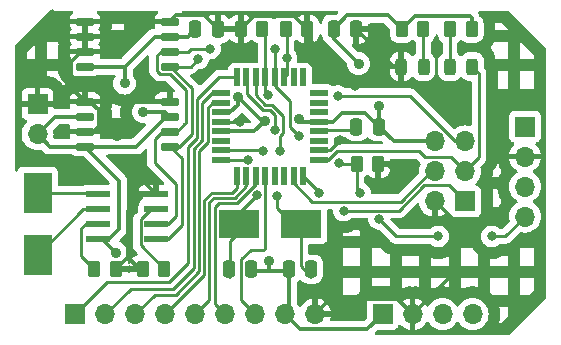
<source format=gtl>
%TF.GenerationSoftware,KiCad,Pcbnew,8.0.7*%
%TF.CreationDate,2025-02-10T19:55:19+01:00*%
%TF.ProjectId,0004-MCU-Datalogger,30303034-2d4d-4435-952d-446174616c6f,1*%
%TF.SameCoordinates,Original*%
%TF.FileFunction,Copper,L1,Top*%
%TF.FilePolarity,Positive*%
%FSLAX46Y46*%
G04 Gerber Fmt 4.6, Leading zero omitted, Abs format (unit mm)*
G04 Created by KiCad (PCBNEW 8.0.7) date 2025-02-10 19:55:19*
%MOMM*%
%LPD*%
G01*
G04 APERTURE LIST*
G04 Aperture macros list*
%AMRoundRect*
0 Rectangle with rounded corners*
0 $1 Rounding radius*
0 $2 $3 $4 $5 $6 $7 $8 $9 X,Y pos of 4 corners*
0 Add a 4 corners polygon primitive as box body*
4,1,4,$2,$3,$4,$5,$6,$7,$8,$9,$2,$3,0*
0 Add four circle primitives for the rounded corners*
1,1,$1+$1,$2,$3*
1,1,$1+$1,$4,$5*
1,1,$1+$1,$6,$7*
1,1,$1+$1,$8,$9*
0 Add four rect primitives between the rounded corners*
20,1,$1+$1,$2,$3,$4,$5,0*
20,1,$1+$1,$4,$5,$6,$7,0*
20,1,$1+$1,$6,$7,$8,$9,0*
20,1,$1+$1,$8,$9,$2,$3,0*%
G04 Aperture macros list end*
%TA.AperFunction,SMDPad,CuDef*%
%ADD10RoundRect,0.250000X0.262500X0.450000X-0.262500X0.450000X-0.262500X-0.450000X0.262500X-0.450000X0*%
%TD*%
%TA.AperFunction,SMDPad,CuDef*%
%ADD11RoundRect,0.073750X-0.911250X-0.221250X0.911250X-0.221250X0.911250X0.221250X-0.911250X0.221250X0*%
%TD*%
%TA.AperFunction,SMDPad,CuDef*%
%ADD12RoundRect,0.250000X-0.262500X-0.450000X0.262500X-0.450000X0.262500X0.450000X-0.262500X0.450000X0*%
%TD*%
%TA.AperFunction,SMDPad,CuDef*%
%ADD13RoundRect,0.150000X-0.650000X-0.150000X0.650000X-0.150000X0.650000X0.150000X-0.650000X0.150000X0*%
%TD*%
%TA.AperFunction,ComponentPad*%
%ADD14R,1.700000X1.700000*%
%TD*%
%TA.AperFunction,ComponentPad*%
%ADD15O,1.700000X1.700000*%
%TD*%
%TA.AperFunction,SMDPad,CuDef*%
%ADD16R,3.500000X2.400000*%
%TD*%
%TA.AperFunction,SMDPad,CuDef*%
%ADD17R,2.400000X3.500000*%
%TD*%
%TA.AperFunction,SMDPad,CuDef*%
%ADD18RoundRect,0.243750X-0.243750X-0.456250X0.243750X-0.456250X0.243750X0.456250X-0.243750X0.456250X0*%
%TD*%
%TA.AperFunction,SMDPad,CuDef*%
%ADD19RoundRect,0.068750X-0.666250X-0.206250X0.666250X-0.206250X0.666250X0.206250X-0.666250X0.206250X0*%
%TD*%
%TA.AperFunction,SMDPad,CuDef*%
%ADD20RoundRect,0.068750X-0.206250X-0.666250X0.206250X-0.666250X0.206250X0.666250X-0.206250X0.666250X0*%
%TD*%
%TA.AperFunction,SMDPad,CuDef*%
%ADD21RoundRect,0.250000X-0.250000X-0.475000X0.250000X-0.475000X0.250000X0.475000X-0.250000X0.475000X0*%
%TD*%
%TA.AperFunction,SMDPad,CuDef*%
%ADD22RoundRect,0.243750X0.243750X0.456250X-0.243750X0.456250X-0.243750X-0.456250X0.243750X-0.456250X0*%
%TD*%
%TA.AperFunction,SMDPad,CuDef*%
%ADD23RoundRect,0.250000X0.250000X0.475000X-0.250000X0.475000X-0.250000X-0.475000X0.250000X-0.475000X0*%
%TD*%
%TA.AperFunction,ViaPad*%
%ADD24C,0.800000*%
%TD*%
%TA.AperFunction,ViaPad*%
%ADD25C,0.900000*%
%TD*%
%TA.AperFunction,Conductor*%
%ADD26C,0.250000*%
%TD*%
%TA.AperFunction,Conductor*%
%ADD27C,0.350000*%
%TD*%
G04 APERTURE END LIST*
D10*
%TO.P,R7,1*%
%TO.N,GND*%
X161210000Y-61595000D03*
%TO.P,R7,2*%
%TO.N,Net-(D2-K)*%
X159385000Y-61595000D03*
%TD*%
D11*
%TO.P,U3,1,X1*%
%TO.N,Net-(U3-X1)*%
X129540000Y-75565000D03*
%TO.P,U3,2,X2*%
%TO.N,Net-(U3-X2)*%
X129540000Y-76835000D03*
%TO.P,U3,3,~{INTA}*%
%TO.N,Net-(U3-~{INTA})*%
X129540000Y-78105000D03*
%TO.P,U3,4,GND*%
%TO.N,GND*%
X129540000Y-79375000D03*
%TO.P,U3,5,SDA*%
%TO.N,/SDA*%
X134490000Y-79375000D03*
%TO.P,U3,6,SCL*%
%TO.N,/SCL*%
X134490000Y-78105000D03*
%TO.P,U3,7,SQW/~INT*%
%TO.N,Net-(U3-SQW{slash}~INT)*%
X134490000Y-76835000D03*
%TO.P,U3,8,VCC*%
%TO.N,/Vcc*%
X134490000Y-75565000D03*
%TD*%
D12*
%TO.P,R2,1*%
%TO.N,/Vcc*%
X141660000Y-61595000D03*
%TO.P,R2,2*%
%TO.N,/RESET*%
X143485000Y-61595000D03*
%TD*%
D13*
%TO.P,U1,1,A0*%
%TO.N,/Vcc*%
X128480000Y-60960000D03*
%TO.P,U1,2,A1*%
X128480000Y-62230000D03*
%TO.P,U1,3,A2*%
X128480000Y-63500000D03*
%TO.P,U1,4,GND*%
%TO.N,GND*%
X128480000Y-64770000D03*
%TO.P,U1,5,SDA*%
%TO.N,/SDA*%
X135680000Y-64770000D03*
%TO.P,U1,6,SCL*%
%TO.N,/SCL*%
X135680000Y-63500000D03*
%TO.P,U1,7,WP*%
%TO.N,GND*%
X135680000Y-62230000D03*
%TO.P,U1,8,VCC*%
%TO.N,/Vcc*%
X135680000Y-60960000D03*
%TD*%
D14*
%TO.P,BT1,1,+*%
%TO.N,/Vcc*%
X124460000Y-67945000D03*
D15*
%TO.P,BT1,2,-*%
%TO.N,GND*%
X124460000Y-70485000D03*
%TD*%
D10*
%TO.P,R3,1*%
%TO.N,/Vcc*%
X153312500Y-73025000D03*
%TO.P,R3,2*%
%TO.N,/SCL*%
X151487500Y-73025000D03*
%TD*%
D14*
%TO.P,J3,1,Pin_1*%
%TO.N,/D2*%
X127645000Y-85725000D03*
D15*
%TO.P,J3,2,Pin_2*%
%TO.N,/D3*%
X130185000Y-85725000D03*
%TO.P,J3,3,Pin_3*%
%TO.N,/D4*%
X132725000Y-85725000D03*
%TO.P,J3,4,Pin_4*%
%TO.N,/D5*%
X135265000Y-85725000D03*
%TO.P,J3,5,Pin_5*%
%TO.N,/D6*%
X137805000Y-85725000D03*
%TO.P,J3,6,Pin_6*%
%TO.N,/D7*%
X140345000Y-85725000D03*
%TO.P,J3,7,Pin_7*%
%TO.N,/D8*%
X142885000Y-85725000D03*
%TO.P,J3,8,Pin_8*%
%TO.N,GND*%
X145425000Y-85725000D03*
%TO.P,J3,9,Pin_9*%
%TO.N,/Vcc*%
X147965000Y-85725000D03*
%TD*%
D16*
%TO.P,Y1,1,1*%
%TO.N,Net-(U4-PB7)*%
X141545000Y-78105000D03*
%TO.P,Y1,2,2*%
%TO.N,Net-(U4-PB6)*%
X146745000Y-78105000D03*
%TD*%
D17*
%TO.P,Y2,1,1*%
%TO.N,Net-(U3-X2)*%
X124460000Y-80705000D03*
%TO.P,Y2,2,2*%
%TO.N,Net-(U3-X1)*%
X124460000Y-75505000D03*
%TD*%
D18*
%TO.P,D2,1,K*%
%TO.N,Net-(D2-K)*%
X159385000Y-64770000D03*
%TO.P,D2,2,A*%
%TO.N,/SCK*%
X161260000Y-64770000D03*
%TD*%
D13*
%TO.P,U2,1,A0*%
%TO.N,/Vcc*%
X128480000Y-67730000D03*
%TO.P,U2,2,A1*%
%TO.N,GND*%
X128480000Y-69000000D03*
%TO.P,U2,3,A2*%
%TO.N,/Vcc*%
X128480000Y-70270000D03*
%TO.P,U2,4,GND*%
%TO.N,GND*%
X128480000Y-71540000D03*
%TO.P,U2,5,SDA*%
%TO.N,/SDA*%
X135680000Y-71540000D03*
%TO.P,U2,6,SCL*%
%TO.N,/SCL*%
X135680000Y-70270000D03*
%TO.P,U2,7,WP*%
%TO.N,GND*%
X135680000Y-69000000D03*
%TO.P,U2,8,VCC*%
%TO.N,/Vcc*%
X135680000Y-67730000D03*
%TD*%
D10*
%TO.P,R4,1*%
%TO.N,/Vcc*%
X147295000Y-61595000D03*
%TO.P,R4,2*%
%TO.N,/SDA*%
X145470000Y-61595000D03*
%TD*%
D14*
%TO.P,J4,1,Pin_1*%
%TO.N,/MISO*%
X160655000Y-76185000D03*
D15*
%TO.P,J4,2,Pin_2*%
%TO.N,/Vcc*%
X158115000Y-76185000D03*
%TO.P,J4,3,Pin_3*%
%TO.N,/SCK*%
X160655000Y-73645000D03*
%TO.P,J4,4,Pin_4*%
%TO.N,/MOSI*%
X158115000Y-73645000D03*
%TO.P,J4,5,Pin_5*%
%TO.N,/RESET*%
X160655000Y-71105000D03*
%TO.P,J4,6,Pin_6*%
%TO.N,GND*%
X158115000Y-71105000D03*
%TD*%
D14*
%TO.P,J1,1,Pin_1*%
%TO.N,GND*%
X165735000Y-69850000D03*
D15*
%TO.P,J1,2,Pin_2*%
%TO.N,/Vcc*%
X165735000Y-72390000D03*
%TO.P,J1,3,Pin_3*%
%TO.N,/SDA*%
X165735000Y-74930000D03*
%TO.P,J1,4,Pin_4*%
%TO.N,/SCL*%
X165735000Y-77470000D03*
%TD*%
D10*
%TO.P,R6,1*%
%TO.N,/Vcc*%
X131087500Y-81915000D03*
%TO.P,R6,2*%
%TO.N,Net-(U3-~{INTA})*%
X129262500Y-81915000D03*
%TD*%
D14*
%TO.P,J2,1,Pin_1*%
%TO.N,GND*%
X153670000Y-85725000D03*
D15*
%TO.P,J2,2,Pin_2*%
%TO.N,/Vcc*%
X156210000Y-85725000D03*
%TO.P,J2,3,Pin_3*%
%TO.N,/RX*%
X158750000Y-85725000D03*
%TO.P,J2,4,Pin_4*%
%TO.N,/TX*%
X161290000Y-85725000D03*
%TD*%
D12*
%TO.P,R5,1*%
%TO.N,/Vcc*%
X133350000Y-81915000D03*
%TO.P,R5,2*%
%TO.N,Net-(U3-SQW{slash}~INT)*%
X135175000Y-81915000D03*
%TD*%
D19*
%TO.P,U4,1,PD3*%
%TO.N,/D3*%
X139975000Y-67050000D03*
%TO.P,U4,2,PD4*%
%TO.N,/D4*%
X139975000Y-67850000D03*
%TO.P,U4,3,GND*%
%TO.N,GND*%
X139975000Y-68650000D03*
%TO.P,U4,4,VCC*%
%TO.N,/Vcc*%
X139975000Y-69450000D03*
%TO.P,U4,5,GND*%
%TO.N,GND*%
X139975000Y-70250000D03*
%TO.P,U4,6,VCC*%
%TO.N,unconnected-(U4-VCC-Pad6)*%
X139975000Y-71050000D03*
%TO.P,U4,7,PB6*%
%TO.N,Net-(U4-PB6)*%
X139975000Y-71850000D03*
%TO.P,U4,8,PB7*%
%TO.N,Net-(U4-PB7)*%
X139975000Y-72650000D03*
D20*
%TO.P,U4,9,PD5*%
%TO.N,/D5*%
X141345000Y-74020000D03*
%TO.P,U4,10,PD6*%
%TO.N,/D6*%
X142145000Y-74020000D03*
%TO.P,U4,11,PD7*%
%TO.N,/D7*%
X142945000Y-74020000D03*
%TO.P,U4,12,PB0*%
%TO.N,/D8*%
X143745000Y-74020000D03*
%TO.P,U4,13,PB1*%
%TO.N,unconnected-(U4-PB1-Pad13)*%
X144545000Y-74020000D03*
%TO.P,U4,14,PB2*%
%TO.N,unconnected-(U4-PB2-Pad14)*%
X145345000Y-74020000D03*
%TO.P,U4,15,PB3*%
%TO.N,/MOSI*%
X146145000Y-74020000D03*
%TO.P,U4,16,PB4*%
%TO.N,/MISO*%
X146945000Y-74020000D03*
D19*
%TO.P,U4,17,PB5*%
%TO.N,/SCK*%
X148315000Y-72650000D03*
%TO.P,U4,18,AVCC*%
%TO.N,/Vcc*%
X148315000Y-71850000D03*
%TO.P,U4,19,ADC6*%
%TO.N,unconnected-(U4-ADC6-Pad19)*%
X148315000Y-71050000D03*
%TO.P,U4,20,AREF*%
%TO.N,Net-(U4-AREF)*%
X148315000Y-70250000D03*
%TO.P,U4,21,GND*%
%TO.N,GND*%
X148315000Y-69450000D03*
%TO.P,U4,22,ADC7*%
%TO.N,unconnected-(U4-ADC7-Pad22)*%
X148315000Y-68650000D03*
%TO.P,U4,23,PC0*%
%TO.N,unconnected-(U4-PC0-Pad23)*%
X148315000Y-67850000D03*
%TO.P,U4,24,PC1*%
%TO.N,unconnected-(U4-PC1-Pad24)*%
X148315000Y-67050000D03*
D20*
%TO.P,U4,25,PC2*%
%TO.N,unconnected-(U4-PC2-Pad25)*%
X146945000Y-65680000D03*
%TO.P,U4,26,PC3*%
%TO.N,unconnected-(U4-PC3-Pad26)*%
X146145000Y-65680000D03*
%TO.P,U4,27,PC4*%
%TO.N,/SDA*%
X145345000Y-65680000D03*
%TO.P,U4,28,PC5*%
%TO.N,/SCL*%
X144545000Y-65680000D03*
%TO.P,U4,29,PC6/~{RESET}*%
%TO.N,/RESET*%
X143745000Y-65680000D03*
%TO.P,U4,30,PD0*%
%TO.N,/RX*%
X142945000Y-65680000D03*
%TO.P,U4,31,PD1*%
%TO.N,/TX*%
X142145000Y-65680000D03*
%TO.P,U4,32,PD2*%
%TO.N,/D2*%
X141345000Y-65680000D03*
%TD*%
D21*
%TO.P,C2,1*%
%TO.N,GND*%
X145735000Y-81915000D03*
%TO.P,C2,2*%
%TO.N,Net-(U4-PB6)*%
X147635000Y-81915000D03*
%TD*%
D22*
%TO.P,D1,1,K*%
%TO.N,Net-(D1-K)*%
X157147500Y-64770000D03*
%TO.P,D1,2,A*%
%TO.N,/Vcc*%
X155272500Y-64770000D03*
%TD*%
D10*
%TO.P,R1,1*%
%TO.N,Net-(D1-K)*%
X157122500Y-61595000D03*
%TO.P,R1,2*%
%TO.N,GND*%
X155297500Y-61595000D03*
%TD*%
D23*
%TO.P,C4,1*%
%TO.N,/Vcc*%
X139712500Y-61595000D03*
%TO.P,C4,2*%
%TO.N,GND*%
X137812500Y-61595000D03*
%TD*%
%TO.P,C5,1*%
%TO.N,/Vcc*%
X151445000Y-61595000D03*
%TO.P,C5,2*%
%TO.N,GND*%
X149545000Y-61595000D03*
%TD*%
%TO.P,C3,1*%
%TO.N,GND*%
X153350000Y-69850000D03*
%TO.P,C3,2*%
%TO.N,Net-(U4-AREF)*%
X151450000Y-69850000D03*
%TD*%
%TO.P,C1,1*%
%TO.N,GND*%
X142555000Y-81915000D03*
%TO.P,C1,2*%
%TO.N,Net-(U4-PB7)*%
X140655000Y-81915000D03*
%TD*%
D24*
%TO.N,/SCL*%
X146558000Y-70612000D03*
X150012400Y-72898000D03*
X151791300Y-75475001D03*
X153365200Y-77687000D03*
X158394400Y-79146400D03*
X162915600Y-79146400D03*
D25*
%TO.N,GND*%
X133400800Y-68605000D03*
X151638000Y-64516000D03*
X131826000Y-66192400D03*
X143694740Y-69383575D03*
X153365200Y-68079547D03*
X144068800Y-81229200D03*
X131084068Y-80515000D03*
X141408199Y-67313199D03*
X146621000Y-69240400D03*
D24*
%TO.N,Net-(U4-PB7)*%
X142290800Y-72685000D03*
X143020001Y-75683304D03*
%TO.N,Net-(U4-PB6)*%
X143510000Y-71882000D03*
X144729200Y-75700000D03*
%TO.N,/Vcc*%
X141579600Y-69425000D03*
X151333200Y-66446400D03*
D25*
X131216400Y-70665000D03*
X148386800Y-63437000D03*
X155194000Y-74168000D03*
X132537200Y-73609200D03*
D24*
X150063200Y-70975000D03*
%TO.N,/SCL*%
X139090400Y-63246000D03*
X144526000Y-63246000D03*
%TO.N,/SDA*%
X138074400Y-64109600D03*
X145542000Y-64025000D03*
%TO.N,/RX*%
X145029347Y-71886653D03*
%TO.N,/TX*%
X144526000Y-70104000D03*
%TO.N,/MISO*%
X150368000Y-76962000D03*
X148285200Y-75475000D03*
%TO.N,/RESET*%
X143967200Y-67208400D03*
X149906147Y-67254547D03*
%TD*%
D26*
%TO.N,/SCL*%
X144545000Y-66415000D02*
X144545000Y-65680000D01*
X145796000Y-67666000D02*
X144545000Y-66415000D01*
X146558000Y-70612000D02*
X145796000Y-69850000D01*
X145796000Y-69850000D02*
X145796000Y-67666000D01*
X150139400Y-73025000D02*
X150012400Y-72898000D01*
X151487500Y-73025000D02*
X150139400Y-73025000D01*
X151487500Y-75171201D02*
X151487500Y-73025000D01*
X154824600Y-79146400D02*
X153365200Y-77687000D01*
X158394400Y-79146400D02*
X154824600Y-79146400D01*
X151791300Y-75475001D02*
X151487500Y-75171201D01*
X165735000Y-77470000D02*
X164058600Y-79146400D01*
X164058600Y-79146400D02*
X162915600Y-79146400D01*
D27*
%TO.N,/Vcc*%
X159512000Y-82423000D02*
X156210000Y-85725000D01*
X159512000Y-77582000D02*
X159512000Y-82423000D01*
X158115000Y-76185000D02*
X159512000Y-77582000D01*
D26*
%TO.N,/SCK*%
X157306000Y-72470000D02*
X156786000Y-71950000D01*
X156786000Y-71950000D02*
X149795306Y-71950000D01*
X149795306Y-71950000D02*
X149095306Y-72650000D01*
X159480000Y-72470000D02*
X157306000Y-72470000D01*
X160655000Y-73645000D02*
X159480000Y-72470000D01*
X149095306Y-72650000D02*
X148315000Y-72650000D01*
D27*
%TO.N,GND*%
X146700000Y-87000000D02*
X145425000Y-85725000D01*
X131375000Y-74435000D02*
X128480000Y-71540000D01*
X153350000Y-69850000D02*
X152200000Y-68700000D01*
X146621000Y-69240400D02*
X146830600Y-69450000D01*
X132792672Y-71540000D02*
X135332672Y-69000000D01*
X131826000Y-64770000D02*
X131826000Y-66192400D01*
X150695000Y-60445000D02*
X154147500Y-60445000D01*
X142828315Y-70250000D02*
X139975000Y-70250000D01*
X144068800Y-81229200D02*
X144068800Y-81991200D01*
X154605000Y-71105000D02*
X153350000Y-69850000D01*
X124460000Y-70485000D02*
X125515000Y-71540000D01*
X143478575Y-69383575D02*
X141408199Y-67313199D01*
X149498000Y-69450000D02*
X148315000Y-69450000D01*
X153365200Y-68079547D02*
X153365200Y-69834800D01*
X141408199Y-67989473D02*
X140747672Y-68650000D01*
X131375000Y-78525000D02*
X131375000Y-74435000D01*
X129944068Y-79375000D02*
X131084068Y-80515000D01*
X135332672Y-69000000D02*
X135680000Y-69000000D01*
X128480000Y-64770000D02*
X131826000Y-64770000D01*
X146830600Y-69450000D02*
X148315000Y-69450000D01*
X156422500Y-60470000D02*
X155297500Y-61595000D01*
X152200000Y-68700000D02*
X150248000Y-68700000D01*
X133400800Y-68605000D02*
X135285000Y-68605000D01*
X128480000Y-71540000D02*
X132792672Y-71540000D01*
X153670000Y-85725000D02*
X152395000Y-87000000D01*
X135285000Y-68605000D02*
X135680000Y-69000000D01*
X125515000Y-71540000D02*
X128480000Y-71540000D01*
X142682000Y-82042000D02*
X142555000Y-81915000D01*
X153365200Y-69834800D02*
X153350000Y-69850000D01*
X140747672Y-68650000D02*
X139975000Y-68650000D01*
X149545000Y-61595000D02*
X150695000Y-60445000D01*
X128480000Y-69000000D02*
X127680001Y-69000000D01*
X125945000Y-69000000D02*
X124460000Y-70485000D01*
X145735000Y-85415000D02*
X145425000Y-85725000D01*
X141408199Y-67313199D02*
X141408199Y-67989473D01*
X158115000Y-71105000D02*
X154605000Y-71105000D01*
X161054000Y-60470000D02*
X156422500Y-60470000D01*
X149545000Y-61595000D02*
X149545000Y-62423000D01*
X161210000Y-60626000D02*
X161054000Y-60470000D01*
X154147500Y-60445000D02*
X155297500Y-61595000D01*
X145735000Y-82042000D02*
X145735000Y-85415000D01*
X144018000Y-82042000D02*
X142682000Y-82042000D01*
X161210000Y-61595000D02*
X161210000Y-60626000D01*
X152395000Y-87000000D02*
X146700000Y-87000000D01*
X130525000Y-79375000D02*
X131375000Y-78525000D01*
X129540000Y-79375000D02*
X130525000Y-79375000D01*
X143694740Y-69383575D02*
X142828315Y-70250000D01*
X135680000Y-62230000D02*
X137177500Y-62230000D01*
X129540000Y-79375000D02*
X129944068Y-79375000D01*
X150248000Y-68700000D02*
X149498000Y-69450000D01*
X144068800Y-81991200D02*
X144018000Y-82042000D01*
X128480000Y-69000000D02*
X125945000Y-69000000D01*
X134366000Y-62230000D02*
X135680000Y-62230000D01*
X161210000Y-61642000D02*
X161210000Y-61595000D01*
X131826000Y-64770000D02*
X134366000Y-62230000D01*
X137177500Y-62230000D02*
X137812500Y-61595000D01*
X144018000Y-82042000D02*
X145735000Y-82042000D01*
X143694740Y-69383575D02*
X143478575Y-69383575D01*
X149545000Y-62423000D02*
X151638000Y-64516000D01*
D26*
%TO.N,Net-(U4-PB7)*%
X140716000Y-82489000D02*
X140655000Y-82550000D01*
X140010000Y-72685000D02*
X139975000Y-72650000D01*
X140716000Y-79569000D02*
X140716000Y-82489000D01*
X142290800Y-72685000D02*
X140010000Y-72685000D01*
X141545000Y-77158305D02*
X141545000Y-78740000D01*
X141545000Y-78740000D02*
X140716000Y-79569000D01*
X143020001Y-75683304D02*
X141545000Y-77158305D01*
%TO.N,Net-(U4-PB6)*%
X143510000Y-71882000D02*
X143478000Y-71850000D01*
X144729200Y-75700000D02*
X144729200Y-76724200D01*
X146745000Y-81660000D02*
X147635000Y-82550000D01*
X143478000Y-71850000D02*
X139975000Y-71850000D01*
X144729200Y-76724200D02*
X146745000Y-78740000D01*
X146745000Y-78740000D02*
X146745000Y-81660000D01*
%TO.N,Net-(U4-AREF)*%
X148315000Y-70250000D02*
X148461000Y-70104000D01*
X151196000Y-70104000D02*
X151450000Y-69850000D01*
X148461000Y-70104000D02*
X151196000Y-70104000D01*
D27*
%TO.N,/Vcc*%
X135680000Y-67730000D02*
X128480000Y-67730000D01*
X129705000Y-69844999D02*
X129705000Y-68491000D01*
D26*
X139975000Y-69450000D02*
X141554600Y-69450000D01*
D27*
X149240000Y-84450000D02*
X154935000Y-84450000D01*
X134490000Y-75565000D02*
X133505000Y-75565000D01*
X154051000Y-73025000D02*
X155194000Y-74168000D01*
X134490000Y-75565000D02*
X134490000Y-75562000D01*
X147965000Y-85725000D02*
X149240000Y-84450000D01*
X146152000Y-60452000D02*
X142803000Y-60452000D01*
X132080000Y-76990000D02*
X132080000Y-80922500D01*
X128480000Y-60960000D02*
X135680000Y-60960000D01*
X147574000Y-62624200D02*
X147574000Y-61874000D01*
X147295000Y-61595000D02*
X146152000Y-60452000D01*
X129279999Y-70270000D02*
X129705000Y-69844999D01*
D26*
X153009600Y-64770000D02*
X151333200Y-66446400D01*
X149188200Y-71850000D02*
X150063200Y-70975000D01*
D27*
X131216400Y-70665000D02*
X130525001Y-70665000D01*
X128944000Y-67730000D02*
X128480000Y-67730000D01*
D26*
X154620000Y-64770000D02*
X155272500Y-64770000D01*
D27*
X127255000Y-66505000D02*
X127255000Y-64377672D01*
X132080000Y-80922500D02*
X131087500Y-81915000D01*
D26*
X151445000Y-61595000D02*
X154620000Y-64770000D01*
D27*
X128480000Y-63500000D02*
X128480000Y-62230000D01*
X130525001Y-70665000D02*
X129705000Y-69844999D01*
D26*
X141554600Y-69450000D02*
X141579600Y-69425000D01*
D27*
X148386800Y-63437000D02*
X147574000Y-62624200D01*
X133350000Y-81915000D02*
X133072500Y-81915000D01*
D26*
X148315000Y-71850000D02*
X149188200Y-71850000D01*
D27*
X128480000Y-60960000D02*
X128480000Y-62230000D01*
X138562500Y-60445000D02*
X139712500Y-61595000D01*
X153312500Y-73025000D02*
X154051000Y-73025000D01*
X128480000Y-70270000D02*
X129279999Y-70270000D01*
D26*
X154620000Y-64770000D02*
X153009600Y-64770000D01*
D27*
X134490000Y-75562000D02*
X132537200Y-73609200D01*
X154935000Y-84450000D02*
X156210000Y-85725000D01*
X136195000Y-60445000D02*
X138562500Y-60445000D01*
X133505000Y-75565000D02*
X132080000Y-76990000D01*
X135680000Y-60960000D02*
X136195000Y-60445000D01*
X128132672Y-63500000D02*
X128480000Y-63500000D01*
X142803000Y-60452000D02*
X141660000Y-61595000D01*
X127255000Y-64377672D02*
X128132672Y-63500000D01*
X129705000Y-68491000D02*
X128944000Y-67730000D01*
X139712500Y-61595000D02*
X141660000Y-61595000D01*
X133072500Y-81915000D02*
X132080000Y-80922500D01*
X128480000Y-67730000D02*
X127255000Y-66505000D01*
D26*
%TO.N,Net-(D1-K)*%
X157122500Y-64745000D02*
X157147500Y-64770000D01*
X157122500Y-61595000D02*
X157122500Y-64745000D01*
%TO.N,/SCL*%
X135680000Y-63500000D02*
X134880001Y-63500000D01*
%TO.N,/SCK*%
X147574874Y-72650000D02*
X148315000Y-72650000D01*
X161260000Y-64770000D02*
X161830000Y-65340000D01*
%TO.N,/SCL*%
X136855000Y-69647000D02*
X136232000Y-70270000D01*
X137065000Y-66791396D02*
X137065000Y-69437000D01*
X135668604Y-65395000D02*
X137065000Y-66791396D01*
X144526000Y-63246000D02*
X144545000Y-63265000D01*
X134555000Y-63825001D02*
X134555000Y-65120908D01*
X134555000Y-65120908D02*
X134829092Y-65395000D01*
X136144000Y-77436000D02*
X136144000Y-74676000D01*
X137160000Y-63500000D02*
X135680000Y-63500000D01*
%TO.N,/SCK*%
X161830000Y-65340000D02*
X161830000Y-72470000D01*
%TO.N,/SCL*%
X139090400Y-63246000D02*
X137414000Y-63246000D01*
X136144000Y-74676000D02*
X134366000Y-72898000D01*
X134880001Y-63500000D02*
X134555000Y-63825001D01*
X144545000Y-63265000D02*
X144545000Y-65680000D01*
%TO.N,/SCK*%
X161830000Y-72470000D02*
X160655000Y-73645000D01*
%TO.N,/SCL*%
X134490000Y-78105000D02*
X135475000Y-78105000D01*
X137414000Y-63246000D02*
X137160000Y-63500000D01*
X134829092Y-65395000D02*
X135668604Y-65395000D01*
X137065000Y-69437000D02*
X136906000Y-69596000D01*
X135475000Y-78105000D02*
X136144000Y-77436000D01*
X136232000Y-70270000D02*
X135680000Y-70270000D01*
X134962000Y-70270000D02*
X135680000Y-70270000D01*
X134366000Y-70866000D02*
X134962000Y-70270000D01*
X134366000Y-72898000D02*
X134366000Y-70866000D01*
%TO.N,Net-(D2-K)*%
X159385000Y-61595000D02*
X159385000Y-64770000D01*
%TO.N,/SDA*%
X145542000Y-64025000D02*
X145542000Y-65483000D01*
X145542000Y-61667000D02*
X145470000Y-61595000D01*
X135680000Y-71540000D02*
X136479999Y-71540000D01*
X136479999Y-71540000D02*
X137515000Y-70504999D01*
X137515000Y-66605000D02*
X135680000Y-64770000D01*
X135475000Y-79375000D02*
X134490000Y-79375000D01*
X137515000Y-70504999D02*
X137515000Y-66605000D01*
X138074400Y-64109600D02*
X137414000Y-64770000D01*
X136652000Y-78198000D02*
X135475000Y-79375000D01*
X145542000Y-65483000D02*
X145345000Y-65680000D01*
X136652000Y-72512000D02*
X136652000Y-78198000D01*
X135680000Y-71540000D02*
X136652000Y-72512000D01*
X137414000Y-64770000D02*
X135680000Y-64770000D01*
X145542000Y-64025000D02*
X145542000Y-61667000D01*
%TO.N,/RX*%
X142945000Y-67211505D02*
X142945000Y-65680000D01*
X145251000Y-68922604D02*
X144351396Y-68023000D01*
X144351396Y-68023000D02*
X143756495Y-68023000D01*
X145251000Y-70404305D02*
X145251000Y-68922604D01*
X143756495Y-68023000D02*
X142945000Y-67211505D01*
X145029347Y-71886653D02*
X145029347Y-70625958D01*
X145029347Y-70625958D02*
X145251000Y-70404305D01*
%TO.N,/TX*%
X144165000Y-68473000D02*
X143570099Y-68473000D01*
X142220000Y-67122901D02*
X142220000Y-65755000D01*
X144526000Y-68834000D02*
X144165000Y-68473000D01*
X143570099Y-68473000D02*
X142220000Y-67122901D01*
X144526000Y-70104000D02*
X144526000Y-68834000D01*
%TO.N,/D2*%
X127645000Y-85725000D02*
X130380000Y-82990000D01*
X137220000Y-71565208D02*
X137965000Y-70820208D01*
X139806000Y-65680000D02*
X141345000Y-65680000D01*
X137965000Y-67521000D02*
X139806000Y-65680000D01*
X137965000Y-70820208D02*
X137965000Y-67521000D01*
X135632600Y-82990000D02*
X137220000Y-81402600D01*
X130380000Y-82990000D02*
X135632600Y-82990000D01*
X137220000Y-81402600D02*
X137220000Y-71565208D01*
%TO.N,/D7*%
X139470000Y-76684000D02*
X139816000Y-76338000D01*
X140345000Y-85725000D02*
X139470000Y-84850000D01*
X142945000Y-74733000D02*
X142945000Y-74020000D01*
X141340000Y-76338000D02*
X142945000Y-74733000D01*
X139816000Y-76338000D02*
X141340000Y-76338000D01*
X139470000Y-84850000D02*
X139470000Y-76684000D01*
%TO.N,/D4*%
X139273038Y-67850000D02*
X139975000Y-67850000D01*
X138865000Y-71193000D02*
X138865000Y-68258038D01*
X132725000Y-85725000D02*
X134376000Y-84074000D01*
X138120000Y-82098000D02*
X138120000Y-71938000D01*
X134376000Y-84074000D02*
X136144000Y-84074000D01*
X138865000Y-68258038D02*
X139273038Y-67850000D01*
X138120000Y-71938000D02*
X138865000Y-71193000D01*
X136144000Y-84074000D02*
X138120000Y-82098000D01*
%TO.N,/D3*%
X138415000Y-67875000D02*
X139240000Y-67050000D01*
X139240000Y-67050000D02*
X139975000Y-67050000D01*
X138415000Y-71006604D02*
X138415000Y-67875000D01*
X137670000Y-71751604D02*
X138415000Y-71006604D01*
X130185000Y-85725000D02*
X132344000Y-83566000D01*
X137670000Y-81786000D02*
X137670000Y-71751604D01*
X132344000Y-83566000D02*
X135890000Y-83566000D01*
X135890000Y-83566000D02*
X137670000Y-81786000D01*
%TO.N,/D8*%
X141680000Y-84520000D02*
X141680000Y-81078000D01*
X142493000Y-80265000D02*
X143620000Y-80265000D01*
X143620000Y-80265000D02*
X143745000Y-80140000D01*
X142885000Y-85725000D02*
X141680000Y-84520000D01*
X143745000Y-80140000D02*
X143745000Y-74020000D01*
X141680000Y-81078000D02*
X142493000Y-80265000D01*
%TO.N,/D5*%
X138570000Y-76060000D02*
X139192000Y-75438000D01*
X140963802Y-75438000D02*
X141345000Y-75056802D01*
X139192000Y-75438000D02*
X140963802Y-75438000D01*
X135265000Y-85725000D02*
X138570000Y-82420000D01*
X138570000Y-82420000D02*
X138570000Y-76060000D01*
X141345000Y-75056802D02*
X141345000Y-74020000D01*
%TO.N,/D6*%
X139378396Y-75888000D02*
X141153604Y-75888000D01*
X139020000Y-76246396D02*
X139378396Y-75888000D01*
X139020000Y-84510000D02*
X139020000Y-76246396D01*
X142145000Y-74896604D02*
X142145000Y-74020000D01*
X137805000Y-85725000D02*
X139020000Y-84510000D01*
X141153604Y-75888000D02*
X142145000Y-74896604D01*
%TO.N,/MOSI*%
X146145000Y-74651252D02*
X146145000Y-74020000D01*
X147693748Y-76200000D02*
X146145000Y-74651252D01*
X157749000Y-73645000D02*
X155194000Y-76200000D01*
X155194000Y-76200000D02*
X147693748Y-76200000D01*
X158115000Y-73645000D02*
X157749000Y-73645000D01*
%TO.N,/MISO*%
X148285200Y-75475000D02*
X148285200Y-75360200D01*
X157210396Y-74820000D02*
X159290000Y-74820000D01*
X150368000Y-76962000D02*
X155068396Y-76962000D01*
X159290000Y-74820000D02*
X160655000Y-76185000D01*
X148285200Y-75360200D02*
X146945000Y-74020000D01*
X155068396Y-76962000D02*
X157210396Y-74820000D01*
%TO.N,/RESET*%
X143745000Y-61855000D02*
X143745000Y-65680000D01*
X159847412Y-71105000D02*
X155996959Y-67254547D01*
X143745000Y-66986200D02*
X143745000Y-65680000D01*
X155996959Y-67254547D02*
X149906147Y-67254547D01*
X143967200Y-67208400D02*
X143745000Y-66986200D01*
X160655000Y-71105000D02*
X159847412Y-71105000D01*
X143485000Y-61595000D02*
X143745000Y-61855000D01*
%TO.N,Net-(U3-SQW{slash}~INT)*%
X133180000Y-79920000D02*
X133180000Y-77716538D01*
X135175000Y-81915000D02*
X133180000Y-79920000D01*
X134061538Y-76835000D02*
X134490000Y-76835000D01*
X133180000Y-77716538D02*
X134061538Y-76835000D01*
%TO.N,Net-(U3-~{INTA})*%
X129540000Y-78105000D02*
X128555000Y-78105000D01*
X128180000Y-80832500D02*
X129262500Y-81915000D01*
X128555000Y-78105000D02*
X128180000Y-78480000D01*
X128180000Y-78480000D02*
X128180000Y-80832500D01*
%TO.N,Net-(U3-X2)*%
X128330000Y-76835000D02*
X129540000Y-76835000D01*
X124460000Y-80705000D02*
X128330000Y-76835000D01*
%TO.N,Net-(U3-X1)*%
X129480000Y-75505000D02*
X129540000Y-75565000D01*
X124460000Y-75505000D02*
X129480000Y-75505000D01*
%TD*%
%TA.AperFunction,Conductor*%
%TO.N,/Vcc*%
G36*
X164324680Y-60041405D02*
G01*
X164370413Y-60070413D01*
X167482254Y-63182254D01*
X167515739Y-63243577D01*
X167518573Y-63269935D01*
X167518573Y-84087041D01*
X167517856Y-84100358D01*
X167517081Y-84107523D01*
X167517102Y-84107652D01*
X167518573Y-84126697D01*
X167518573Y-84161660D01*
X167533328Y-84216728D01*
X167536082Y-84229778D01*
X167536521Y-84232603D01*
X167527365Y-84301870D01*
X167501673Y-84339325D01*
X164351880Y-87489118D01*
X164290557Y-87522603D01*
X164245049Y-87523949D01*
X164204079Y-87517545D01*
X164191142Y-87514809D01*
X164167857Y-87508571D01*
X164167851Y-87508570D01*
X164167850Y-87508570D01*
X164167848Y-87508570D01*
X164156297Y-87508570D01*
X164137150Y-87507083D01*
X164117632Y-87504032D01*
X164117630Y-87504032D01*
X164081810Y-87507869D01*
X164068610Y-87508574D01*
X153140539Y-87509128D01*
X153073499Y-87489447D01*
X153027741Y-87436645D01*
X153017794Y-87367487D01*
X153046816Y-87303930D01*
X153052838Y-87297461D01*
X153238482Y-87111818D01*
X153299805Y-87078333D01*
X153326163Y-87075499D01*
X154567871Y-87075499D01*
X154567872Y-87075499D01*
X154627483Y-87069091D01*
X154762331Y-87018796D01*
X154877546Y-86932546D01*
X154963796Y-86817331D01*
X155013002Y-86685401D01*
X155054872Y-86629468D01*
X155120337Y-86605050D01*
X155188610Y-86619901D01*
X155216865Y-86641053D01*
X155338917Y-86763105D01*
X155532421Y-86898600D01*
X155746507Y-86998429D01*
X155746516Y-86998433D01*
X155960000Y-87055634D01*
X155960000Y-86158012D01*
X156017007Y-86190925D01*
X156144174Y-86225000D01*
X156275826Y-86225000D01*
X156402993Y-86190925D01*
X156460000Y-86158012D01*
X156460000Y-87055633D01*
X156673483Y-86998433D01*
X156673492Y-86998429D01*
X156887578Y-86898600D01*
X157081082Y-86763105D01*
X157248105Y-86596082D01*
X157378119Y-86410405D01*
X157432696Y-86366781D01*
X157502195Y-86359588D01*
X157564549Y-86391110D01*
X157581269Y-86410405D01*
X157711505Y-86596401D01*
X157878599Y-86763495D01*
X157975384Y-86831265D01*
X158072165Y-86899032D01*
X158072167Y-86899033D01*
X158072170Y-86899035D01*
X158286337Y-86998903D01*
X158514592Y-87060063D01*
X158691034Y-87075500D01*
X158749999Y-87080659D01*
X158750000Y-87080659D01*
X158750001Y-87080659D01*
X158808966Y-87075500D01*
X158985408Y-87060063D01*
X159213663Y-86998903D01*
X159427830Y-86899035D01*
X159621401Y-86763495D01*
X159788495Y-86596401D01*
X159918425Y-86410842D01*
X159973002Y-86367217D01*
X160042500Y-86360023D01*
X160104855Y-86391546D01*
X160121575Y-86410842D01*
X160251500Y-86596395D01*
X160251505Y-86596401D01*
X160418599Y-86763495D01*
X160515384Y-86831265D01*
X160612165Y-86899032D01*
X160612167Y-86899033D01*
X160612170Y-86899035D01*
X160826337Y-86998903D01*
X161054592Y-87060063D01*
X161231034Y-87075500D01*
X161289999Y-87080659D01*
X161290000Y-87080659D01*
X161290001Y-87080659D01*
X161348966Y-87075500D01*
X161525408Y-87060063D01*
X161753663Y-86998903D01*
X161967830Y-86899035D01*
X162161401Y-86763495D01*
X162328495Y-86596401D01*
X162388573Y-86510601D01*
X163508777Y-86510601D01*
X163740833Y-86510589D01*
X164287947Y-85963476D01*
X164287947Y-85152768D01*
X163568017Y-85152768D01*
X163594695Y-85252334D01*
X163595981Y-85257588D01*
X163603066Y-85289546D01*
X163604121Y-85294854D01*
X163611684Y-85337749D01*
X163612507Y-85343096D01*
X163616778Y-85375539D01*
X163617367Y-85380916D01*
X163641759Y-85659713D01*
X163642113Y-85665110D01*
X163643541Y-85697810D01*
X163643659Y-85703220D01*
X163643659Y-85746780D01*
X163643541Y-85752190D01*
X163642113Y-85784890D01*
X163641759Y-85790287D01*
X163617367Y-86069084D01*
X163616778Y-86074461D01*
X163612507Y-86106904D01*
X163611684Y-86112251D01*
X163604121Y-86155146D01*
X163603066Y-86160454D01*
X163595981Y-86192412D01*
X163594695Y-86197666D01*
X163522259Y-86468008D01*
X163520744Y-86473205D01*
X163510895Y-86504440D01*
X163509154Y-86509568D01*
X163508777Y-86510601D01*
X162388573Y-86510601D01*
X162464035Y-86402830D01*
X162563903Y-86188663D01*
X162625063Y-85960408D01*
X162645659Y-85725000D01*
X162643753Y-85703220D01*
X162625063Y-85489596D01*
X162625063Y-85489592D01*
X162572884Y-85294854D01*
X162563905Y-85261344D01*
X162563904Y-85261343D01*
X162563903Y-85261337D01*
X162464035Y-85047171D01*
X162458731Y-85039595D01*
X162328494Y-84853597D01*
X162161402Y-84686506D01*
X162161395Y-84686501D01*
X161967834Y-84550967D01*
X161967830Y-84550965D01*
X161908129Y-84523126D01*
X161753663Y-84451097D01*
X161753659Y-84451096D01*
X161753655Y-84451094D01*
X161525413Y-84389938D01*
X161525403Y-84389936D01*
X161290001Y-84369341D01*
X161289999Y-84369341D01*
X161054596Y-84389936D01*
X161054586Y-84389938D01*
X160826344Y-84451094D01*
X160826335Y-84451098D01*
X160612171Y-84550964D01*
X160612169Y-84550965D01*
X160418597Y-84686505D01*
X160251505Y-84853597D01*
X160121575Y-85039158D01*
X160066998Y-85082783D01*
X159997500Y-85089977D01*
X159935145Y-85058454D01*
X159918425Y-85039158D01*
X159788494Y-84853597D01*
X159621402Y-84686506D01*
X159621395Y-84686501D01*
X159427834Y-84550967D01*
X159427830Y-84550965D01*
X159368129Y-84523126D01*
X159213663Y-84451097D01*
X159213659Y-84451096D01*
X159213655Y-84451094D01*
X158985413Y-84389938D01*
X158985403Y-84389936D01*
X158750001Y-84369341D01*
X158749999Y-84369341D01*
X158514596Y-84389936D01*
X158514586Y-84389938D01*
X158286344Y-84451094D01*
X158286335Y-84451098D01*
X158072171Y-84550964D01*
X158072169Y-84550965D01*
X157878597Y-84686505D01*
X157711508Y-84853594D01*
X157581269Y-85039595D01*
X157526692Y-85083219D01*
X157457193Y-85090412D01*
X157394839Y-85058890D01*
X157378119Y-85039594D01*
X157248113Y-84853926D01*
X157248108Y-84853920D01*
X157081082Y-84686894D01*
X156887578Y-84551399D01*
X156673492Y-84451570D01*
X156673486Y-84451567D01*
X156460000Y-84394364D01*
X156460000Y-85291988D01*
X156402993Y-85259075D01*
X156275826Y-85225000D01*
X156144174Y-85225000D01*
X156017007Y-85259075D01*
X155960000Y-85291988D01*
X155960000Y-84394364D01*
X155959999Y-84394364D01*
X155746513Y-84451567D01*
X155746507Y-84451570D01*
X155532422Y-84551399D01*
X155532420Y-84551400D01*
X155338926Y-84686886D01*
X155216865Y-84808947D01*
X155155542Y-84842431D01*
X155085850Y-84837447D01*
X155029917Y-84795575D01*
X155013002Y-84764598D01*
X154963797Y-84632671D01*
X154963793Y-84632664D01*
X154877547Y-84517455D01*
X154877544Y-84517452D01*
X154762335Y-84431206D01*
X154762328Y-84431202D01*
X154627482Y-84380908D01*
X154627483Y-84380908D01*
X154567883Y-84374501D01*
X154567881Y-84374500D01*
X154567873Y-84374500D01*
X154567864Y-84374500D01*
X152772129Y-84374500D01*
X152772123Y-84374501D01*
X152712516Y-84380908D01*
X152577671Y-84431202D01*
X152577664Y-84431206D01*
X152462455Y-84517452D01*
X152462452Y-84517455D01*
X152376206Y-84632664D01*
X152376202Y-84632671D01*
X152325908Y-84767517D01*
X152319501Y-84827116D01*
X152319500Y-84827135D01*
X152319500Y-86068836D01*
X152299815Y-86135875D01*
X152283185Y-86156512D01*
X152151516Y-86288182D01*
X152090196Y-86321666D01*
X152063837Y-86324500D01*
X149363588Y-86324500D01*
X149296549Y-86304815D01*
X149250794Y-86252011D01*
X149240850Y-86182853D01*
X149243813Y-86168406D01*
X149295636Y-85975000D01*
X148398012Y-85975000D01*
X148430925Y-85917993D01*
X148465000Y-85790826D01*
X148465000Y-85659174D01*
X148430925Y-85532007D01*
X148398012Y-85475000D01*
X149295636Y-85475000D01*
X149295635Y-85474999D01*
X149238432Y-85261513D01*
X149238429Y-85261507D01*
X149138600Y-85047422D01*
X149138599Y-85047420D01*
X149003113Y-84853926D01*
X149003108Y-84853920D01*
X148836082Y-84686894D01*
X148642578Y-84551399D01*
X148428492Y-84451570D01*
X148428486Y-84451567D01*
X148215000Y-84394364D01*
X148215000Y-85291988D01*
X148157993Y-85259075D01*
X148030826Y-85225000D01*
X147899174Y-85225000D01*
X147772007Y-85259075D01*
X147715000Y-85291988D01*
X147715000Y-84394364D01*
X147714999Y-84394364D01*
X147501513Y-84451567D01*
X147501507Y-84451570D01*
X147287422Y-84551399D01*
X147287420Y-84551400D01*
X147093926Y-84686886D01*
X147093920Y-84686891D01*
X146926891Y-84853920D01*
X146926890Y-84853922D01*
X146796880Y-85039595D01*
X146742303Y-85083219D01*
X146672804Y-85090412D01*
X146610450Y-85058890D01*
X146593730Y-85039594D01*
X146463494Y-84853597D01*
X146446819Y-84836922D01*
X146413334Y-84775599D01*
X146410500Y-84749241D01*
X146410500Y-84154768D01*
X150285947Y-84154768D01*
X151500067Y-84154768D01*
X151517372Y-84123077D01*
X151521890Y-84115463D01*
X151550854Y-84070396D01*
X151555902Y-84063126D01*
X151672199Y-83907774D01*
X162785947Y-83907774D01*
X162786243Y-83908012D01*
X162819610Y-83936012D01*
X162823678Y-83939580D01*
X162847794Y-83961680D01*
X162851698Y-83965418D01*
X163041049Y-84154768D01*
X164287947Y-84154768D01*
X165285947Y-84154768D01*
X166096656Y-84154768D01*
X166520573Y-83730851D01*
X166520573Y-82652768D01*
X165285947Y-82652768D01*
X165285947Y-84154768D01*
X164287947Y-84154768D01*
X164287947Y-82652768D01*
X162785947Y-82652768D01*
X162785947Y-83907774D01*
X151672199Y-83907774D01*
X151684886Y-83890827D01*
X151690439Y-83883936D01*
X151725519Y-83843451D01*
X151731551Y-83836972D01*
X151781972Y-83786551D01*
X151787947Y-83780988D01*
X151787947Y-83601913D01*
X160285947Y-83601913D01*
X160424292Y-83537402D01*
X160429244Y-83535223D01*
X160459465Y-83522705D01*
X160464500Y-83520747D01*
X160505432Y-83505846D01*
X160510560Y-83504105D01*
X160541795Y-83494256D01*
X160546992Y-83492741D01*
X160817334Y-83420305D01*
X160822588Y-83419019D01*
X160854546Y-83411934D01*
X160859854Y-83410879D01*
X160902749Y-83403316D01*
X160908096Y-83402493D01*
X160940539Y-83398222D01*
X160945916Y-83397633D01*
X161224713Y-83373241D01*
X161230110Y-83372887D01*
X161262810Y-83371459D01*
X161268220Y-83371341D01*
X161311780Y-83371341D01*
X161317190Y-83371459D01*
X161349890Y-83372887D01*
X161355287Y-83373241D01*
X161634084Y-83397633D01*
X161639461Y-83398222D01*
X161671904Y-83402493D01*
X161677251Y-83403316D01*
X161720146Y-83410879D01*
X161725454Y-83411934D01*
X161757412Y-83419019D01*
X161762665Y-83420305D01*
X161787947Y-83427079D01*
X161787947Y-82652768D01*
X160285947Y-82652768D01*
X160285947Y-83601913D01*
X151787947Y-83601913D01*
X151787947Y-83583261D01*
X157785947Y-83583261D01*
X157884292Y-83537402D01*
X157889244Y-83535223D01*
X157919465Y-83522705D01*
X157924500Y-83520747D01*
X157965432Y-83505846D01*
X157970560Y-83504105D01*
X158001795Y-83494256D01*
X158006992Y-83492741D01*
X158277334Y-83420305D01*
X158282588Y-83419019D01*
X158314546Y-83411934D01*
X158319854Y-83410879D01*
X158362749Y-83403316D01*
X158368096Y-83402493D01*
X158400539Y-83398222D01*
X158405916Y-83397633D01*
X158684713Y-83373241D01*
X158690110Y-83372887D01*
X158722810Y-83371459D01*
X158728220Y-83371341D01*
X158771780Y-83371341D01*
X158777190Y-83371459D01*
X158809890Y-83372887D01*
X158815287Y-83373241D01*
X159094084Y-83397633D01*
X159099461Y-83398222D01*
X159131904Y-83402493D01*
X159137251Y-83403316D01*
X159180146Y-83410879D01*
X159185454Y-83411934D01*
X159217412Y-83419019D01*
X159222666Y-83420305D01*
X159287947Y-83437796D01*
X159287947Y-82652768D01*
X157785947Y-82652768D01*
X157785947Y-83583261D01*
X151787947Y-83583261D01*
X151787947Y-83565161D01*
X155285947Y-83565161D01*
X155344466Y-83537874D01*
X155349416Y-83535696D01*
X155379636Y-83523178D01*
X155384674Y-83521218D01*
X155425605Y-83506318D01*
X155430729Y-83504578D01*
X155461962Y-83494729D01*
X155467160Y-83493214D01*
X155929682Y-83369281D01*
X155985967Y-83367439D01*
X156210000Y-83412002D01*
X156434033Y-83367439D01*
X156490318Y-83369281D01*
X156787947Y-83449030D01*
X156787947Y-82652768D01*
X155285947Y-82652768D01*
X155285947Y-83565161D01*
X151787947Y-83565161D01*
X151787947Y-83376500D01*
X152785947Y-83376500D01*
X154287947Y-83376500D01*
X154287947Y-82652768D01*
X152785947Y-82652768D01*
X152785947Y-83376500D01*
X151787947Y-83376500D01*
X151787947Y-82652768D01*
X150285947Y-82652768D01*
X150285947Y-84154768D01*
X146410500Y-84154768D01*
X146410500Y-83076867D01*
X146430185Y-83009828D01*
X146449386Y-82988656D01*
X146448549Y-82987819D01*
X146487277Y-82949091D01*
X146577712Y-82858656D01*
X146579461Y-82855819D01*
X146581169Y-82854283D01*
X146582193Y-82852989D01*
X146582414Y-82853163D01*
X146631406Y-82809096D01*
X146700368Y-82797872D01*
X146764451Y-82825713D01*
X146790537Y-82855817D01*
X146792288Y-82858656D01*
X146916344Y-82982712D01*
X147065666Y-83074814D01*
X147232203Y-83129999D01*
X147334991Y-83140500D01*
X147401414Y-83140499D01*
X147448871Y-83149939D01*
X147452549Y-83151463D01*
X147573388Y-83175499D01*
X147573392Y-83175500D01*
X147573393Y-83175500D01*
X147696608Y-83175500D01*
X147696609Y-83175499D01*
X147817451Y-83151463D01*
X147821134Y-83149937D01*
X147868585Y-83140499D01*
X147935002Y-83140499D01*
X147935008Y-83140499D01*
X148037797Y-83129999D01*
X148204334Y-83074814D01*
X148353656Y-82982712D01*
X148477712Y-82858656D01*
X148569814Y-82709334D01*
X148624999Y-82542797D01*
X148635500Y-82440009D01*
X148635499Y-81654768D01*
X150285947Y-81654768D01*
X151787947Y-81654768D01*
X152785947Y-81654768D01*
X154287947Y-81654768D01*
X155285947Y-81654768D01*
X156787947Y-81654768D01*
X156787947Y-80950119D01*
X157785947Y-80950119D01*
X157785947Y-81654768D01*
X159287947Y-81654768D01*
X160285947Y-81654768D01*
X161787947Y-81654768D01*
X161787947Y-81044605D01*
X162785947Y-81044605D01*
X162785947Y-81654768D01*
X164287947Y-81654768D01*
X164287947Y-80756089D01*
X164233466Y-80766927D01*
X164210749Y-80765810D01*
X164193645Y-80767496D01*
X164187566Y-80767945D01*
X164150791Y-80769751D01*
X164144709Y-80769900D01*
X163908564Y-80769900D01*
X163895477Y-80778398D01*
X163889942Y-80781790D01*
X163844670Y-80807926D01*
X163838964Y-80811024D01*
X163803983Y-80828846D01*
X163798128Y-80831638D01*
X163577449Y-80929893D01*
X163571452Y-80932377D01*
X163534771Y-80946458D01*
X163528646Y-80948627D01*
X163478926Y-80964780D01*
X163472705Y-80966623D01*
X163434772Y-80976787D01*
X163428460Y-80978302D01*
X163192180Y-81028524D01*
X163185797Y-81029707D01*
X163147018Y-81035849D01*
X163140588Y-81036696D01*
X163088600Y-81042163D01*
X163082123Y-81042673D01*
X163042883Y-81044730D01*
X163036392Y-81044900D01*
X162794808Y-81044900D01*
X162788317Y-81044730D01*
X162785947Y-81044605D01*
X161787947Y-81044605D01*
X161787947Y-80673787D01*
X161701974Y-80611325D01*
X161696821Y-80607371D01*
X161666298Y-80582653D01*
X161661365Y-80578439D01*
X161622517Y-80543461D01*
X161617807Y-80538991D01*
X161590031Y-80511215D01*
X161585562Y-80506506D01*
X161423923Y-80326988D01*
X161419708Y-80322054D01*
X161394994Y-80291536D01*
X161391043Y-80286387D01*
X161360314Y-80244095D01*
X161356635Y-80238742D01*
X161341235Y-80215028D01*
X165285947Y-80215028D01*
X165285947Y-81654768D01*
X166520573Y-81654768D01*
X166520573Y-80152768D01*
X165348203Y-80152768D01*
X165303128Y-80197842D01*
X165303112Y-80197863D01*
X165285947Y-80215028D01*
X161341235Y-80215028D01*
X161335236Y-80205791D01*
X161331843Y-80200254D01*
X161304428Y-80152768D01*
X160285947Y-80152768D01*
X160285947Y-81654768D01*
X159287947Y-81654768D01*
X159287947Y-80826215D01*
X159282783Y-80828846D01*
X159276928Y-80831638D01*
X159056249Y-80929893D01*
X159050252Y-80932377D01*
X159013571Y-80946458D01*
X159007446Y-80948627D01*
X158957726Y-80964780D01*
X158951505Y-80966623D01*
X158913572Y-80976787D01*
X158907260Y-80978302D01*
X158670980Y-81028524D01*
X158664597Y-81029707D01*
X158625818Y-81035849D01*
X158619388Y-81036696D01*
X158567400Y-81042163D01*
X158560923Y-81042673D01*
X158521683Y-81044730D01*
X158515192Y-81044900D01*
X158273608Y-81044900D01*
X158267117Y-81044730D01*
X158227877Y-81042673D01*
X158221400Y-81042163D01*
X158169412Y-81036696D01*
X158162982Y-81035849D01*
X158124203Y-81029707D01*
X158117820Y-81028524D01*
X157881540Y-80978302D01*
X157875228Y-80976787D01*
X157837295Y-80966623D01*
X157831074Y-80964780D01*
X157785947Y-80950119D01*
X156787947Y-80950119D01*
X156787947Y-80769900D01*
X155285947Y-80769900D01*
X155285947Y-81654768D01*
X154287947Y-81654768D01*
X154287947Y-80681231D01*
X154282868Y-80679272D01*
X154123761Y-80613368D01*
X154118197Y-80610901D01*
X154084918Y-80595161D01*
X154079484Y-80592426D01*
X154036263Y-80569325D01*
X154030968Y-80566326D01*
X153999375Y-80547391D01*
X153994230Y-80544133D01*
X153851034Y-80448451D01*
X153846060Y-80444948D01*
X153816487Y-80423016D01*
X153811687Y-80419270D01*
X153773805Y-80388181D01*
X153769198Y-80384207D01*
X153741911Y-80359476D01*
X153737502Y-80355278D01*
X153621111Y-80238887D01*
X153621049Y-80238823D01*
X153534994Y-80152768D01*
X152785947Y-80152768D01*
X152785947Y-81654768D01*
X151787947Y-81654768D01*
X151787947Y-80152768D01*
X150285947Y-80152768D01*
X150285947Y-81654768D01*
X148635499Y-81654768D01*
X148635499Y-81389992D01*
X148633448Y-81369917D01*
X148624999Y-81287203D01*
X148624998Y-81287200D01*
X148578167Y-81145875D01*
X148569814Y-81120666D01*
X148477712Y-80971344D01*
X148353656Y-80847288D01*
X148241967Y-80778398D01*
X148204336Y-80755187D01*
X148204331Y-80755185D01*
X148180798Y-80747387D01*
X148037797Y-80700001D01*
X148037795Y-80700000D01*
X147935016Y-80689500D01*
X147935009Y-80689500D01*
X147494500Y-80689500D01*
X147427461Y-80669815D01*
X147381706Y-80617011D01*
X147370500Y-80565500D01*
X147370500Y-79929499D01*
X147390185Y-79862460D01*
X147442989Y-79816705D01*
X147494500Y-79805499D01*
X148542871Y-79805499D01*
X148542872Y-79805499D01*
X148602483Y-79799091D01*
X148737331Y-79748796D01*
X148852546Y-79662546D01*
X148938796Y-79547331D01*
X148989091Y-79412483D01*
X148995500Y-79352873D01*
X148995500Y-78860500D01*
X150285947Y-78860500D01*
X150285947Y-79154768D01*
X151787947Y-79154768D01*
X151787947Y-78751181D01*
X151784836Y-78746391D01*
X151781443Y-78740854D01*
X151691751Y-78585500D01*
X151360964Y-78585500D01*
X151347877Y-78593998D01*
X151342342Y-78597390D01*
X151297070Y-78623526D01*
X151291364Y-78626624D01*
X151256383Y-78644446D01*
X151250528Y-78647238D01*
X151029849Y-78745493D01*
X151023852Y-78747977D01*
X150987171Y-78762058D01*
X150981046Y-78764227D01*
X150931326Y-78780380D01*
X150925105Y-78782223D01*
X150887172Y-78792387D01*
X150880860Y-78793902D01*
X150644580Y-78844124D01*
X150638197Y-78845307D01*
X150599418Y-78851449D01*
X150592988Y-78852296D01*
X150541000Y-78857763D01*
X150534523Y-78858273D01*
X150495283Y-78860330D01*
X150488792Y-78860500D01*
X150285947Y-78860500D01*
X148995500Y-78860500D01*
X148995499Y-76949499D01*
X149015184Y-76882461D01*
X149067987Y-76836706D01*
X149119499Y-76825500D01*
X149339171Y-76825500D01*
X149406210Y-76845185D01*
X149451965Y-76897989D01*
X149461354Y-76955502D01*
X149462540Y-76955502D01*
X149462540Y-76961997D01*
X149462540Y-76962000D01*
X149482326Y-77150256D01*
X149482327Y-77150259D01*
X149540818Y-77330277D01*
X149540821Y-77330284D01*
X149635467Y-77494216D01*
X149737185Y-77607185D01*
X149762129Y-77634888D01*
X149915265Y-77746148D01*
X149915270Y-77746151D01*
X150088192Y-77823142D01*
X150088197Y-77823144D01*
X150273354Y-77862500D01*
X150273355Y-77862500D01*
X150462644Y-77862500D01*
X150462646Y-77862500D01*
X150647803Y-77823144D01*
X150820730Y-77746151D01*
X150973871Y-77634888D01*
X150976788Y-77631647D01*
X150979600Y-77628526D01*
X151039087Y-77591879D01*
X151071748Y-77587500D01*
X152337632Y-77587500D01*
X152404671Y-77607185D01*
X152450426Y-77659989D01*
X152460952Y-77698535D01*
X152479526Y-77875256D01*
X152479527Y-77875259D01*
X152538018Y-78055277D01*
X152538021Y-78055284D01*
X152632667Y-78219216D01*
X152692129Y-78285255D01*
X152759329Y-78359888D01*
X152912465Y-78471148D01*
X152912470Y-78471151D01*
X153085392Y-78548142D01*
X153085397Y-78548144D01*
X153270554Y-78587500D01*
X153329748Y-78587500D01*
X153396787Y-78607185D01*
X153417429Y-78623819D01*
X154335616Y-79542006D01*
X154335645Y-79542037D01*
X154425863Y-79632255D01*
X154425867Y-79632258D01*
X154528307Y-79700707D01*
X154528316Y-79700712D01*
X154549339Y-79709420D01*
X154642148Y-79747863D01*
X154654439Y-79750307D01*
X154660160Y-79751446D01*
X154660173Y-79751448D01*
X154660187Y-79751451D01*
X154762991Y-79771899D01*
X154762992Y-79771900D01*
X154762993Y-79771900D01*
X154762994Y-79771900D01*
X157690652Y-79771900D01*
X157757691Y-79791585D01*
X157782800Y-79812926D01*
X157788526Y-79819285D01*
X157788530Y-79819289D01*
X157941665Y-79930548D01*
X157941670Y-79930551D01*
X158114592Y-80007542D01*
X158114597Y-80007544D01*
X158299754Y-80046900D01*
X158299755Y-80046900D01*
X158489044Y-80046900D01*
X158489046Y-80046900D01*
X158674203Y-80007544D01*
X158847130Y-79930551D01*
X159000271Y-79819288D01*
X159126933Y-79678616D01*
X159221579Y-79514684D01*
X159280074Y-79334656D01*
X159299860Y-79146400D01*
X162010140Y-79146400D01*
X162029926Y-79334656D01*
X162029927Y-79334659D01*
X162088418Y-79514677D01*
X162088421Y-79514684D01*
X162183067Y-79678616D01*
X162297312Y-79805498D01*
X162309729Y-79819288D01*
X162462865Y-79930548D01*
X162462870Y-79930551D01*
X162635792Y-80007542D01*
X162635797Y-80007544D01*
X162820954Y-80046900D01*
X162820955Y-80046900D01*
X163010244Y-80046900D01*
X163010246Y-80046900D01*
X163195403Y-80007544D01*
X163368330Y-79930551D01*
X163521471Y-79819288D01*
X163524388Y-79816047D01*
X163527200Y-79812926D01*
X163586687Y-79776279D01*
X163619348Y-79771900D01*
X164120208Y-79771900D01*
X164120208Y-79771899D01*
X164223013Y-79751451D01*
X164241052Y-79747863D01*
X164291096Y-79727134D01*
X164354886Y-79700712D01*
X164424581Y-79654142D01*
X164457333Y-79632258D01*
X164544458Y-79545133D01*
X164544458Y-79545131D01*
X164554666Y-79534924D01*
X164554668Y-79534921D01*
X165279353Y-78810235D01*
X165340674Y-78776752D01*
X165399125Y-78778143D01*
X165399271Y-78778182D01*
X165499592Y-78805063D01*
X165687918Y-78821539D01*
X165734999Y-78825659D01*
X165735000Y-78825659D01*
X165735001Y-78825659D01*
X165774234Y-78822226D01*
X165970408Y-78805063D01*
X166198663Y-78743903D01*
X166412830Y-78644035D01*
X166606401Y-78508495D01*
X166773495Y-78341401D01*
X166909035Y-78147830D01*
X167008903Y-77933663D01*
X167070063Y-77705408D01*
X167090659Y-77470000D01*
X167085020Y-77405553D01*
X167076036Y-77302864D01*
X167070063Y-77234592D01*
X167013401Y-77023124D01*
X167008905Y-77006344D01*
X167008904Y-77006343D01*
X167008903Y-77006337D01*
X166909035Y-76792171D01*
X166833994Y-76685000D01*
X166773494Y-76598597D01*
X166606402Y-76431506D01*
X166606396Y-76431501D01*
X166420842Y-76301575D01*
X166377217Y-76246998D01*
X166370023Y-76177500D01*
X166401546Y-76115145D01*
X166420842Y-76098425D01*
X166572822Y-75992007D01*
X166606401Y-75968495D01*
X166773495Y-75801401D01*
X166909035Y-75607830D01*
X167008903Y-75393663D01*
X167070063Y-75165408D01*
X167090659Y-74930000D01*
X167070063Y-74694592D01*
X167008903Y-74466337D01*
X166909035Y-74252171D01*
X166899088Y-74237964D01*
X166773494Y-74058597D01*
X166606402Y-73891506D01*
X166606401Y-73891505D01*
X166420405Y-73761269D01*
X166376781Y-73706692D01*
X166369588Y-73637193D01*
X166401110Y-73574839D01*
X166420405Y-73558119D01*
X166606082Y-73428105D01*
X166773105Y-73261082D01*
X166908600Y-73067578D01*
X167008429Y-72853492D01*
X167008432Y-72853486D01*
X167065636Y-72640000D01*
X166168012Y-72640000D01*
X166200925Y-72582993D01*
X166235000Y-72455826D01*
X166235000Y-72324174D01*
X166200925Y-72197007D01*
X166168012Y-72140000D01*
X167065636Y-72140000D01*
X167065635Y-72139999D01*
X167008432Y-71926513D01*
X167008429Y-71926507D01*
X166908600Y-71712422D01*
X166908599Y-71712420D01*
X166773113Y-71518926D01*
X166773108Y-71518920D01*
X166651053Y-71396865D01*
X166617568Y-71335542D01*
X166622552Y-71265850D01*
X166664424Y-71209917D01*
X166695400Y-71193002D01*
X166784847Y-71159641D01*
X166827326Y-71143798D01*
X166827326Y-71143797D01*
X166827331Y-71143796D01*
X166942546Y-71057546D01*
X167028796Y-70942331D01*
X167079091Y-70807483D01*
X167085500Y-70747873D01*
X167085499Y-68952128D01*
X167079091Y-68892517D01*
X167060564Y-68842844D01*
X167028797Y-68757671D01*
X167028793Y-68757664D01*
X166942547Y-68642455D01*
X166942544Y-68642452D01*
X166827335Y-68556206D01*
X166827328Y-68556202D01*
X166692482Y-68505908D01*
X166692483Y-68505908D01*
X166632883Y-68499501D01*
X166632881Y-68499500D01*
X166632873Y-68499500D01*
X166632864Y-68499500D01*
X164837129Y-68499500D01*
X164837123Y-68499501D01*
X164777516Y-68505908D01*
X164642671Y-68556202D01*
X164642664Y-68556206D01*
X164527455Y-68642452D01*
X164527452Y-68642455D01*
X164441206Y-68757664D01*
X164441202Y-68757671D01*
X164390908Y-68892517D01*
X164384501Y-68952116D01*
X164384501Y-68952123D01*
X164384500Y-68952135D01*
X164384500Y-70747870D01*
X164384501Y-70747876D01*
X164390908Y-70807483D01*
X164441202Y-70942328D01*
X164441206Y-70942335D01*
X164527452Y-71057544D01*
X164527455Y-71057547D01*
X164642664Y-71143793D01*
X164642671Y-71143797D01*
X164704902Y-71167007D01*
X164774598Y-71193002D01*
X164830531Y-71234873D01*
X164854949Y-71300337D01*
X164840098Y-71368610D01*
X164818947Y-71396865D01*
X164696886Y-71518926D01*
X164561400Y-71712420D01*
X164561399Y-71712422D01*
X164461570Y-71926507D01*
X164461567Y-71926513D01*
X164404364Y-72139999D01*
X164404364Y-72140000D01*
X165301988Y-72140000D01*
X165269075Y-72197007D01*
X165235000Y-72324174D01*
X165235000Y-72455826D01*
X165269075Y-72582993D01*
X165301988Y-72640000D01*
X164404364Y-72640000D01*
X164461567Y-72853486D01*
X164461570Y-72853492D01*
X164561399Y-73067578D01*
X164696894Y-73261082D01*
X164863917Y-73428105D01*
X165049595Y-73558119D01*
X165093219Y-73612696D01*
X165100412Y-73682195D01*
X165068890Y-73744549D01*
X165049595Y-73761269D01*
X164863594Y-73891508D01*
X164696505Y-74058597D01*
X164560965Y-74252169D01*
X164560964Y-74252171D01*
X164461098Y-74466335D01*
X164461094Y-74466344D01*
X164399938Y-74694586D01*
X164399936Y-74694596D01*
X164379341Y-74929999D01*
X164379341Y-74930000D01*
X164399936Y-75165403D01*
X164399938Y-75165413D01*
X164461094Y-75393655D01*
X164461096Y-75393659D01*
X164461097Y-75393663D01*
X164516159Y-75511744D01*
X164560965Y-75607830D01*
X164560967Y-75607834D01*
X164696501Y-75801395D01*
X164696506Y-75801402D01*
X164863597Y-75968493D01*
X164863603Y-75968498D01*
X165049158Y-76098425D01*
X165092783Y-76153002D01*
X165099977Y-76222500D01*
X165068454Y-76284855D01*
X165049158Y-76301575D01*
X164863597Y-76431505D01*
X164696505Y-76598597D01*
X164560965Y-76792169D01*
X164560964Y-76792171D01*
X164461098Y-77006335D01*
X164461094Y-77006344D01*
X164399938Y-77234586D01*
X164399936Y-77234596D01*
X164379341Y-77469995D01*
X164379341Y-77470000D01*
X164399936Y-77705403D01*
X164399938Y-77705413D01*
X164426856Y-77805872D01*
X164425193Y-77875722D01*
X164394762Y-77925646D01*
X163835829Y-78484581D01*
X163774506Y-78518066D01*
X163748148Y-78520900D01*
X163619348Y-78520900D01*
X163552309Y-78501215D01*
X163527200Y-78479874D01*
X163521473Y-78473514D01*
X163521469Y-78473510D01*
X163368334Y-78362251D01*
X163368329Y-78362248D01*
X163195407Y-78285257D01*
X163195402Y-78285255D01*
X163049601Y-78254265D01*
X163010246Y-78245900D01*
X162820954Y-78245900D01*
X162788497Y-78252798D01*
X162635797Y-78285255D01*
X162635792Y-78285257D01*
X162462870Y-78362248D01*
X162462865Y-78362251D01*
X162309729Y-78473511D01*
X162183066Y-78614185D01*
X162088421Y-78778115D01*
X162088421Y-78778116D01*
X162030751Y-78955606D01*
X162029926Y-78958144D01*
X162010140Y-79146400D01*
X159299860Y-79146400D01*
X159280074Y-78958144D01*
X159221579Y-78778116D01*
X159126933Y-78614184D01*
X159000271Y-78473512D01*
X159000270Y-78473511D01*
X158847134Y-78362251D01*
X158847129Y-78362248D01*
X158674207Y-78285257D01*
X158674202Y-78285255D01*
X158528401Y-78254265D01*
X158489046Y-78245900D01*
X158299754Y-78245900D01*
X158267297Y-78252798D01*
X158114597Y-78285255D01*
X158114592Y-78285257D01*
X157941670Y-78362248D01*
X157941665Y-78362251D01*
X157788530Y-78473510D01*
X157788526Y-78473514D01*
X157782800Y-78479874D01*
X157723313Y-78516521D01*
X157690652Y-78520900D01*
X155135052Y-78520900D01*
X155068013Y-78501215D01*
X155047371Y-78484581D01*
X154361971Y-77799181D01*
X154328486Y-77737858D01*
X154333470Y-77668166D01*
X154375342Y-77612233D01*
X154440806Y-77587816D01*
X154449652Y-77587500D01*
X155130004Y-77587500D01*
X155130004Y-77587499D01*
X155225318Y-77568541D01*
X155225319Y-77568541D01*
X155233905Y-77566832D01*
X155250848Y-77563463D01*
X155300892Y-77542734D01*
X155364682Y-77516312D01*
X155433991Y-77470000D01*
X155467129Y-77447858D01*
X155554254Y-77360733D01*
X155554254Y-77360731D01*
X155564462Y-77350524D01*
X155564463Y-77350521D01*
X156569412Y-76345573D01*
X156630731Y-76312091D01*
X156700423Y-76317075D01*
X156756356Y-76358947D01*
X156777879Y-76415276D01*
X156779492Y-76414992D01*
X156780432Y-76420326D01*
X156841566Y-76648483D01*
X156841570Y-76648492D01*
X156941399Y-76862578D01*
X157076894Y-77056082D01*
X157243917Y-77223105D01*
X157437421Y-77358600D01*
X157651507Y-77458429D01*
X157651516Y-77458433D01*
X157865000Y-77515634D01*
X157865000Y-76618012D01*
X157922007Y-76650925D01*
X158049174Y-76685000D01*
X158180826Y-76685000D01*
X158307993Y-76650925D01*
X158365000Y-76618012D01*
X158365000Y-77515633D01*
X158578483Y-77458433D01*
X158578492Y-77458429D01*
X158792578Y-77358600D01*
X158986078Y-77223108D01*
X159108133Y-77101053D01*
X159169456Y-77067568D01*
X159239148Y-77072552D01*
X159295082Y-77114423D01*
X159311997Y-77145401D01*
X159361202Y-77277328D01*
X159361206Y-77277335D01*
X159447452Y-77392544D01*
X159447455Y-77392547D01*
X159562664Y-77478793D01*
X159562671Y-77478797D01*
X159697517Y-77529091D01*
X159697516Y-77529091D01*
X159704444Y-77529835D01*
X159757127Y-77535500D01*
X161552872Y-77535499D01*
X161612483Y-77529091D01*
X161747331Y-77478796D01*
X161862546Y-77392546D01*
X161948796Y-77277331D01*
X161999091Y-77142483D01*
X162005500Y-77082873D01*
X162005499Y-75287128D01*
X161999091Y-75227517D01*
X161996441Y-75220413D01*
X161971211Y-75152768D01*
X162994806Y-75152768D01*
X162999212Y-75193755D01*
X162999523Y-75197064D01*
X163001135Y-75217101D01*
X163001357Y-75220413D01*
X163002786Y-75247095D01*
X163002919Y-75250413D01*
X163003455Y-75270464D01*
X163003499Y-75273778D01*
X163003500Y-76654768D01*
X163527009Y-76654768D01*
X163530747Y-76644500D01*
X163532705Y-76639465D01*
X163545223Y-76609244D01*
X163547402Y-76604292D01*
X163665676Y-76350655D01*
X163668070Y-76345801D01*
X163683186Y-76316765D01*
X163685788Y-76312022D01*
X163707567Y-76274301D01*
X163710372Y-76269679D01*
X163727954Y-76242080D01*
X163730960Y-76237581D01*
X163757274Y-76199999D01*
X163730957Y-76162415D01*
X163727950Y-76157916D01*
X163710358Y-76130302D01*
X163707549Y-76125673D01*
X163685771Y-76087949D01*
X163683171Y-76083209D01*
X163668064Y-76054188D01*
X163665672Y-76049337D01*
X163547402Y-75795708D01*
X163545223Y-75790756D01*
X163532705Y-75760535D01*
X163530747Y-75755500D01*
X163515846Y-75714568D01*
X163514105Y-75709440D01*
X163504256Y-75678205D01*
X163502741Y-75673008D01*
X163430305Y-75402666D01*
X163429019Y-75397412D01*
X163421934Y-75365454D01*
X163420879Y-75360146D01*
X163413316Y-75317251D01*
X163412493Y-75311904D01*
X163408222Y-75279461D01*
X163407633Y-75274084D01*
X163397019Y-75152768D01*
X162994806Y-75152768D01*
X161971211Y-75152768D01*
X161948797Y-75092671D01*
X161948793Y-75092664D01*
X161862547Y-74977455D01*
X161862544Y-74977452D01*
X161747335Y-74891206D01*
X161747328Y-74891202D01*
X161615917Y-74842189D01*
X161559983Y-74800318D01*
X161535566Y-74734853D01*
X161550418Y-74666580D01*
X161571563Y-74638332D01*
X161693495Y-74516401D01*
X161829035Y-74322830D01*
X161907404Y-74154768D01*
X162949754Y-74154768D01*
X163512778Y-74154768D01*
X163514105Y-74150560D01*
X163515846Y-74145432D01*
X163530747Y-74104500D01*
X163532705Y-74099465D01*
X163545223Y-74069244D01*
X163547402Y-74064292D01*
X163665676Y-73810655D01*
X163668070Y-73805801D01*
X163683186Y-73776765D01*
X163685788Y-73772022D01*
X163707567Y-73734301D01*
X163710372Y-73729679D01*
X163727954Y-73702080D01*
X163730960Y-73697581D01*
X163757578Y-73659564D01*
X163731392Y-73622166D01*
X163728384Y-73617664D01*
X163710792Y-73590048D01*
X163707987Y-73585424D01*
X163686208Y-73547700D01*
X163683606Y-73542958D01*
X163668499Y-73513937D01*
X163666107Y-73509086D01*
X163547874Y-73255535D01*
X163545696Y-73250584D01*
X163533178Y-73220364D01*
X163531218Y-73215326D01*
X163516318Y-73174395D01*
X163514578Y-73169271D01*
X163504729Y-73138038D01*
X163503214Y-73132840D01*
X163417264Y-72812073D01*
X163405507Y-72871183D01*
X163404173Y-72877123D01*
X163395223Y-72912853D01*
X163393599Y-72918720D01*
X163379372Y-72965618D01*
X163377463Y-72971398D01*
X163365060Y-73006060D01*
X163362870Y-73011736D01*
X163340013Y-73066916D01*
X163340014Y-73066917D01*
X163287572Y-73193527D01*
X163282367Y-73204530D01*
X163247622Y-73269531D01*
X163241365Y-73279970D01*
X163211289Y-73324979D01*
X163132052Y-73443565D01*
X163128549Y-73448539D01*
X163106616Y-73478113D01*
X163102871Y-73482912D01*
X163071782Y-73520795D01*
X163067805Y-73525405D01*
X163043072Y-73552693D01*
X163038876Y-73557101D01*
X163007270Y-73588706D01*
X163008541Y-73617810D01*
X163008659Y-73623220D01*
X163008659Y-73666780D01*
X163008541Y-73672190D01*
X163007113Y-73704890D01*
X163006759Y-73710287D01*
X162982367Y-73989084D01*
X162981778Y-73994461D01*
X162977507Y-74026904D01*
X162976684Y-74032251D01*
X162969121Y-74075146D01*
X162968066Y-74080454D01*
X162960981Y-74112412D01*
X162959695Y-74117666D01*
X162949754Y-74154768D01*
X161907404Y-74154768D01*
X161928903Y-74108663D01*
X161990063Y-73880408D01*
X162010659Y-73645000D01*
X162008753Y-73623220D01*
X162002583Y-73552693D01*
X161990063Y-73409592D01*
X161972428Y-73343780D01*
X161963143Y-73309125D01*
X161964806Y-73239276D01*
X161995235Y-73189353D01*
X162228729Y-72955860D01*
X162228733Y-72955858D01*
X162315858Y-72868733D01*
X162360945Y-72801256D01*
X162381497Y-72770498D01*
X162381499Y-72770495D01*
X162382494Y-72769004D01*
X162384311Y-72766286D01*
X162384312Y-72766285D01*
X162417981Y-72685000D01*
X162431463Y-72652452D01*
X162452549Y-72546443D01*
X162455500Y-72531607D01*
X162455500Y-72408393D01*
X162455500Y-65278394D01*
X162431463Y-65157548D01*
X162429483Y-65152768D01*
X163445871Y-65152768D01*
X163446294Y-65156195D01*
X163451097Y-65204964D01*
X163451545Y-65211035D01*
X163453351Y-65247810D01*
X163453500Y-65253892D01*
X163453500Y-66654768D01*
X164287947Y-66654768D01*
X165285947Y-66654768D01*
X166520573Y-66654768D01*
X166520573Y-65152768D01*
X165285947Y-65152768D01*
X165285947Y-66654768D01*
X164287947Y-66654768D01*
X164287947Y-65152768D01*
X163445871Y-65152768D01*
X162429483Y-65152768D01*
X162401109Y-65084267D01*
X162393661Y-65066285D01*
X162384315Y-65043721D01*
X162384308Y-65043708D01*
X162315858Y-64941267D01*
X162315855Y-64941263D01*
X162284319Y-64909727D01*
X162250834Y-64848404D01*
X162248000Y-64822046D01*
X162248000Y-64264157D01*
X162247999Y-64264144D01*
X162237587Y-64162225D01*
X162182862Y-63997075D01*
X162182858Y-63997069D01*
X162182857Y-63997066D01*
X162091528Y-63849000D01*
X162091525Y-63848996D01*
X161968503Y-63725974D01*
X161968499Y-63725971D01*
X161820433Y-63634642D01*
X161820427Y-63634639D01*
X161820425Y-63634638D01*
X161769732Y-63617840D01*
X161655276Y-63579913D01*
X161553355Y-63569500D01*
X161553348Y-63569500D01*
X160966652Y-63569500D01*
X160966644Y-63569500D01*
X160864723Y-63579913D01*
X160699577Y-63634637D01*
X160699566Y-63634642D01*
X160551500Y-63725971D01*
X160551496Y-63725974D01*
X160428474Y-63848996D01*
X160428471Y-63849000D01*
X160428038Y-63849703D01*
X160427614Y-63850083D01*
X160423993Y-63854664D01*
X160423210Y-63854045D01*
X160376090Y-63896428D01*
X160307128Y-63907649D01*
X160243046Y-63879806D01*
X160221157Y-63854544D01*
X160221007Y-63854664D01*
X160218359Y-63851315D01*
X160216962Y-63849703D01*
X160216528Y-63849000D01*
X160216527Y-63848999D01*
X160216526Y-63848997D01*
X160093503Y-63725974D01*
X160093502Y-63725973D01*
X160093500Y-63725971D01*
X160069401Y-63711106D01*
X160022677Y-63659157D01*
X160010500Y-63605569D01*
X160010500Y-63166617D01*
X162820373Y-63166617D01*
X162822701Y-63169084D01*
X162851712Y-63201682D01*
X162856349Y-63207208D01*
X162892379Y-63252774D01*
X162896687Y-63258560D01*
X162921726Y-63294318D01*
X162925690Y-63300346D01*
X163047527Y-63497873D01*
X163051136Y-63504123D01*
X163071854Y-63542550D01*
X163075091Y-63548995D01*
X163099639Y-63601642D01*
X163102495Y-63608264D01*
X163118604Y-63648814D01*
X163121070Y-63655590D01*
X163193497Y-63874157D01*
X163195449Y-63880635D01*
X163206185Y-63920131D01*
X163207781Y-63926704D01*
X163219179Y-63979955D01*
X163220412Y-63986598D01*
X163226782Y-64027005D01*
X163227653Y-64033713D01*
X163240020Y-64154768D01*
X164287947Y-64154768D01*
X165285947Y-64154768D01*
X166520573Y-64154768D01*
X166520573Y-63810149D01*
X165363192Y-62652768D01*
X165285947Y-62652768D01*
X165285947Y-64154768D01*
X164287947Y-64154768D01*
X164287947Y-62652768D01*
X163113102Y-62652768D01*
X163095523Y-62705818D01*
X163093056Y-62712596D01*
X163076946Y-62753147D01*
X163074091Y-62759766D01*
X163049544Y-62812412D01*
X163046306Y-62818860D01*
X163025588Y-62857285D01*
X163021981Y-62863532D01*
X162899379Y-63062303D01*
X162895413Y-63068333D01*
X162870372Y-63104093D01*
X162866066Y-63109877D01*
X162830036Y-63155444D01*
X162825398Y-63160971D01*
X162820373Y-63166617D01*
X160010500Y-63166617D01*
X160010500Y-62772087D01*
X160030185Y-62705048D01*
X160069402Y-62666548D01*
X160116156Y-62637712D01*
X160209819Y-62544049D01*
X160271142Y-62510564D01*
X160340834Y-62515548D01*
X160385181Y-62544049D01*
X160478844Y-62637712D01*
X160628166Y-62729814D01*
X160794703Y-62784999D01*
X160897491Y-62795500D01*
X161522508Y-62795499D01*
X161522516Y-62795498D01*
X161522519Y-62795498D01*
X161599149Y-62787670D01*
X161625297Y-62784999D01*
X161791834Y-62729814D01*
X161941156Y-62637712D01*
X162065212Y-62513656D01*
X162157314Y-62364334D01*
X162212499Y-62197797D01*
X162223000Y-62095009D01*
X162222999Y-61094992D01*
X162222080Y-61086000D01*
X162219577Y-61061500D01*
X163220510Y-61061500D01*
X163220959Y-61079143D01*
X163220999Y-61082295D01*
X163221000Y-61654768D01*
X164287947Y-61654768D01*
X164287947Y-61577523D01*
X163771924Y-61061500D01*
X163220510Y-61061500D01*
X162219577Y-61061500D01*
X162212499Y-60992203D01*
X162212498Y-60992200D01*
X162211935Y-60990500D01*
X162157314Y-60825666D01*
X162065212Y-60676344D01*
X161941156Y-60552288D01*
X161922066Y-60540513D01*
X161875344Y-60488567D01*
X161865548Y-60459171D01*
X161859540Y-60428964D01*
X161837111Y-60374815D01*
X161808623Y-60306038D01*
X161808622Y-60306037D01*
X161808620Y-60306031D01*
X161775450Y-60256389D01*
X161754574Y-60189713D01*
X161773059Y-60122333D01*
X161825038Y-60075643D01*
X161878554Y-60063500D01*
X164072843Y-60063500D01*
X164077268Y-60063579D01*
X164131987Y-60065533D01*
X164131997Y-60065530D01*
X164140077Y-60064760D01*
X164140116Y-60065178D01*
X164141886Y-60064977D01*
X164141832Y-60064561D01*
X164149888Y-60063500D01*
X164149892Y-60063500D01*
X164202823Y-60049316D01*
X164207014Y-60048274D01*
X164254938Y-60037250D01*
X164324680Y-60041405D01*
G37*
%TD.AperFunction*%
%TA.AperFunction,Conductor*%
G36*
X132262082Y-81605429D02*
G01*
X132306430Y-81633930D01*
X132337500Y-81665000D01*
X133226000Y-81665000D01*
X133293039Y-81684685D01*
X133338794Y-81737489D01*
X133350000Y-81789000D01*
X133350000Y-82041000D01*
X133330315Y-82108039D01*
X133277511Y-82153794D01*
X133226000Y-82165000D01*
X132337501Y-82165000D01*
X132306431Y-82196070D01*
X132245107Y-82229554D01*
X132175416Y-82224569D01*
X132131069Y-82196069D01*
X132100000Y-82165000D01*
X131211500Y-82165000D01*
X131144461Y-82145315D01*
X131098706Y-82092511D01*
X131087500Y-82041000D01*
X131087500Y-81789000D01*
X131107185Y-81721961D01*
X131159989Y-81676206D01*
X131211500Y-81665000D01*
X132099997Y-81665000D01*
X132131067Y-81633930D01*
X132192390Y-81600445D01*
X132262082Y-81605429D01*
G37*
%TD.AperFunction*%
%TA.AperFunction,Conductor*%
G36*
X133659833Y-71730653D02*
G01*
X133715767Y-71772524D01*
X133740184Y-71837989D01*
X133740500Y-71846835D01*
X133740500Y-72959608D01*
X133742845Y-72971398D01*
X133749500Y-73004854D01*
X133764537Y-73080452D01*
X133770770Y-73095500D01*
X133770770Y-73095501D01*
X133811685Y-73194281D01*
X133811687Y-73194285D01*
X133841774Y-73239311D01*
X133841775Y-73239313D01*
X133880140Y-73296731D01*
X133880141Y-73296732D01*
X133880142Y-73296733D01*
X133967267Y-73383858D01*
X133967268Y-73383858D01*
X133974335Y-73390925D01*
X133974334Y-73390925D01*
X133974338Y-73390928D01*
X135141729Y-74558319D01*
X135175214Y-74619642D01*
X135170230Y-74689334D01*
X135128358Y-74745267D01*
X135062894Y-74769684D01*
X135054048Y-74770000D01*
X134740000Y-74770000D01*
X134740000Y-75441000D01*
X134720315Y-75508039D01*
X134667511Y-75553794D01*
X134616000Y-75565000D01*
X134490000Y-75565000D01*
X134490000Y-75691000D01*
X134470315Y-75758039D01*
X134417511Y-75803794D01*
X134366000Y-75815000D01*
X133005000Y-75815000D01*
X133005000Y-75823863D01*
X133019768Y-75936028D01*
X133019769Y-75936032D01*
X133077578Y-76075598D01*
X133114797Y-76124102D01*
X133139991Y-76189272D01*
X133125953Y-76257716D01*
X133114798Y-76275074D01*
X133077143Y-76324147D01*
X133019282Y-76463837D01*
X133019281Y-76463841D01*
X133004500Y-76576105D01*
X133004500Y-76956085D01*
X132984815Y-77023124D01*
X132968181Y-77043766D01*
X132781270Y-77230677D01*
X132781267Y-77230680D01*
X132737704Y-77274242D01*
X132694142Y-77317804D01*
X132679165Y-77340218D01*
X132664290Y-77362482D01*
X132664289Y-77362483D01*
X132625690Y-77420248D01*
X132625685Y-77420257D01*
X132603347Y-77474189D01*
X132603347Y-77474190D01*
X132578538Y-77534083D01*
X132578535Y-77534093D01*
X132554500Y-77654927D01*
X132554500Y-79981611D01*
X132578535Y-80102444D01*
X132578540Y-80102461D01*
X132625684Y-80216278D01*
X132625687Y-80216284D01*
X132635546Y-80231038D01*
X132635547Y-80231040D01*
X132694141Y-80318732D01*
X132694144Y-80318736D01*
X132785586Y-80410178D01*
X132785608Y-80410198D01*
X132917410Y-80542000D01*
X132950895Y-80603323D01*
X132945911Y-80673015D01*
X132904039Y-80728948D01*
X132868734Y-80747387D01*
X132768378Y-80780642D01*
X132768375Y-80780643D01*
X132619154Y-80872684D01*
X132495184Y-80996654D01*
X132403143Y-81145875D01*
X132403141Y-81145880D01*
X132347994Y-81312302D01*
X132347993Y-81312309D01*
X132342107Y-81369920D01*
X132315710Y-81434612D01*
X132258529Y-81474762D01*
X132188718Y-81477624D01*
X132128441Y-81442290D01*
X132096837Y-81379976D01*
X132095391Y-81369917D01*
X132089505Y-81312303D01*
X132034358Y-81145880D01*
X132034356Y-81145875D01*
X131959417Y-81024380D01*
X131940977Y-80956987D01*
X131955599Y-80900828D01*
X131959192Y-80894106D01*
X131966464Y-80880501D01*
X132020815Y-80701331D01*
X132039167Y-80515000D01*
X132020815Y-80328669D01*
X131966464Y-80149499D01*
X131941322Y-80102461D01*
X131878205Y-79984376D01*
X131878203Y-79984373D01*
X131759425Y-79839642D01*
X131614694Y-79720864D01*
X131614691Y-79720862D01*
X131449174Y-79632392D01*
X131399330Y-79583430D01*
X131383869Y-79515292D01*
X131407701Y-79449613D01*
X131419932Y-79435367D01*
X131899695Y-78955606D01*
X131910639Y-78939225D01*
X131932087Y-78907129D01*
X131971917Y-78847517D01*
X131973620Y-78844969D01*
X132001311Y-78778116D01*
X132024541Y-78722036D01*
X132050500Y-78591531D01*
X132050500Y-78458469D01*
X132050500Y-75306136D01*
X133005000Y-75306136D01*
X133005000Y-75315000D01*
X134240000Y-75315000D01*
X134240000Y-74770000D01*
X133541136Y-74770000D01*
X133428971Y-74784768D01*
X133428967Y-74784769D01*
X133289401Y-74842578D01*
X133169547Y-74934547D01*
X133077578Y-75054401D01*
X133019769Y-75193967D01*
X133019768Y-75193971D01*
X133005000Y-75306136D01*
X132050500Y-75306136D01*
X132050500Y-74368469D01*
X132050500Y-74368466D01*
X132024541Y-74237969D01*
X132024540Y-74237968D01*
X132024540Y-74237964D01*
X132019169Y-74224998D01*
X131973623Y-74115038D01*
X131973622Y-74115037D01*
X131973620Y-74115031D01*
X131966583Y-74104500D01*
X131899698Y-74004398D01*
X131899697Y-74004397D01*
X131899695Y-74004394D01*
X131805606Y-73910305D01*
X130322482Y-72427181D01*
X130288997Y-72365858D01*
X130293981Y-72296166D01*
X130335853Y-72240233D01*
X130401317Y-72215816D01*
X130410163Y-72215500D01*
X132859204Y-72215500D01*
X132859205Y-72215499D01*
X132989708Y-72189541D01*
X133112641Y-72138620D01*
X133223278Y-72064695D01*
X133528819Y-71759154D01*
X133590142Y-71725669D01*
X133659833Y-71730653D01*
G37*
%TD.AperFunction*%
%TA.AperFunction,Conductor*%
G36*
X156542587Y-72595185D02*
G01*
X156563229Y-72611819D01*
X156817016Y-72865606D01*
X156817045Y-72865637D01*
X156872450Y-72921042D01*
X156905935Y-72982365D01*
X156900951Y-73052057D01*
X156897151Y-73061127D01*
X156841099Y-73181330D01*
X156841094Y-73181344D01*
X156779938Y-73409586D01*
X156779936Y-73409596D01*
X156759341Y-73644999D01*
X156759341Y-73645005D01*
X156762753Y-73684016D01*
X156748985Y-73752515D01*
X156726906Y-73782501D01*
X154971229Y-75538181D01*
X154909906Y-75571666D01*
X154883548Y-75574500D01*
X152818868Y-75574500D01*
X152751829Y-75554815D01*
X152706074Y-75502011D01*
X152695547Y-75463462D01*
X152693186Y-75441000D01*
X152676974Y-75286745D01*
X152618479Y-75106717D01*
X152523833Y-74942785D01*
X152397171Y-74802113D01*
X152397170Y-74802112D01*
X152244032Y-74690850D01*
X152186563Y-74665263D01*
X152133326Y-74620012D01*
X152113006Y-74553163D01*
X152113000Y-74551984D01*
X152113000Y-74202087D01*
X152132685Y-74135048D01*
X152171902Y-74096548D01*
X152218656Y-74067712D01*
X152312675Y-73973692D01*
X152373994Y-73940210D01*
X152443686Y-73945194D01*
X152488034Y-73973695D01*
X152581654Y-74067315D01*
X152730875Y-74159356D01*
X152730880Y-74159358D01*
X152897302Y-74214505D01*
X152897309Y-74214506D01*
X153000019Y-74224999D01*
X153562500Y-74224999D01*
X153624972Y-74224999D01*
X153624986Y-74224998D01*
X153727697Y-74214505D01*
X153894119Y-74159358D01*
X153894124Y-74159356D01*
X154043345Y-74067315D01*
X154167315Y-73943345D01*
X154259356Y-73794124D01*
X154259358Y-73794119D01*
X154314505Y-73627697D01*
X154314506Y-73627690D01*
X154324999Y-73524986D01*
X154325000Y-73524973D01*
X154325000Y-73275000D01*
X153562500Y-73275000D01*
X153562500Y-74224999D01*
X153000019Y-74224999D01*
X153062499Y-74224998D01*
X153062500Y-74224998D01*
X153062500Y-73149000D01*
X153082185Y-73081961D01*
X153134989Y-73036206D01*
X153186500Y-73025000D01*
X153312500Y-73025000D01*
X153312500Y-72899000D01*
X153332185Y-72831961D01*
X153384989Y-72786206D01*
X153436500Y-72775000D01*
X154324999Y-72775000D01*
X154324999Y-72699500D01*
X154344684Y-72632461D01*
X154397488Y-72586706D01*
X154448999Y-72575500D01*
X156475548Y-72575500D01*
X156542587Y-72595185D01*
G37*
%TD.AperFunction*%
%TA.AperFunction,Conductor*%
G36*
X125736926Y-59912586D02*
G01*
X125781273Y-59941087D01*
X125803686Y-59963500D01*
X125803689Y-59963502D01*
X125810135Y-59968448D01*
X125809879Y-59968780D01*
X125811312Y-59969840D01*
X125811556Y-59969499D01*
X125818174Y-59974211D01*
X125818176Y-59974213D01*
X125856468Y-59994534D01*
X125866521Y-59999869D01*
X125870395Y-60002014D01*
X125917816Y-60029393D01*
X125925327Y-60032504D01*
X125925165Y-60032893D01*
X125926821Y-60033545D01*
X125926969Y-60033150D01*
X125934584Y-60035991D01*
X125980192Y-60046481D01*
X125987943Y-60048264D01*
X125992189Y-60049320D01*
X126045108Y-60063500D01*
X126045111Y-60063500D01*
X126053168Y-60064561D01*
X126053113Y-60064977D01*
X126054883Y-60065178D01*
X126054923Y-60064760D01*
X126063003Y-60065530D01*
X126063013Y-60065533D01*
X126117732Y-60063579D01*
X126122157Y-60063500D01*
X127362085Y-60063500D01*
X127429124Y-60083185D01*
X127474879Y-60135989D01*
X127484823Y-60205147D01*
X127455798Y-60268703D01*
X127434064Y-60286838D01*
X127434607Y-60287537D01*
X127428438Y-60292321D01*
X127312321Y-60408438D01*
X127312314Y-60408447D01*
X127228718Y-60549801D01*
X127182899Y-60707513D01*
X127182704Y-60709998D01*
X127182705Y-60710000D01*
X129777295Y-60710000D01*
X129777295Y-60709998D01*
X129777100Y-60707513D01*
X129731281Y-60549801D01*
X129647685Y-60408447D01*
X129647678Y-60408438D01*
X129531561Y-60292321D01*
X129525393Y-60287537D01*
X129526823Y-60285693D01*
X129487114Y-60243170D01*
X129474606Y-60174429D01*
X129501248Y-60109838D01*
X129558581Y-60069904D01*
X129597915Y-60063500D01*
X134562085Y-60063500D01*
X134629124Y-60083185D01*
X134674879Y-60135989D01*
X134684823Y-60205147D01*
X134655798Y-60268703D01*
X134634064Y-60286838D01*
X134634607Y-60287537D01*
X134628438Y-60292321D01*
X134512321Y-60408438D01*
X134512314Y-60408447D01*
X134428718Y-60549801D01*
X134382899Y-60707513D01*
X134382704Y-60709998D01*
X134382705Y-60710000D01*
X135556000Y-60710000D01*
X135623039Y-60729685D01*
X135668794Y-60782489D01*
X135680000Y-60834000D01*
X135680000Y-61086000D01*
X135660315Y-61153039D01*
X135607511Y-61198794D01*
X135556000Y-61210000D01*
X134382705Y-61210000D01*
X134382704Y-61210001D01*
X134382899Y-61212486D01*
X134428719Y-61370200D01*
X134431815Y-61377354D01*
X134429802Y-61378224D01*
X134444233Y-61435105D01*
X134422073Y-61501367D01*
X134367606Y-61545129D01*
X134320319Y-61554500D01*
X134299467Y-61554500D01*
X134168969Y-61580458D01*
X134168959Y-61580461D01*
X134046038Y-61631376D01*
X134046025Y-61631383D01*
X133976057Y-61678135D01*
X133970515Y-61681838D01*
X133935391Y-61705306D01*
X133935390Y-61705307D01*
X131582518Y-64058181D01*
X131521195Y-64091666D01*
X131494837Y-64094500D01*
X129839681Y-64094500D01*
X129772642Y-64074815D01*
X129726887Y-64022011D01*
X129716943Y-63952853D01*
X129729272Y-63917824D01*
X129728185Y-63917354D01*
X129731280Y-63910200D01*
X129777100Y-63752486D01*
X129777295Y-63750001D01*
X129777295Y-63750000D01*
X127182705Y-63750000D01*
X127182704Y-63750001D01*
X127182899Y-63752486D01*
X127228718Y-63910198D01*
X127312314Y-64051552D01*
X127317100Y-64057722D01*
X127314640Y-64059629D01*
X127341210Y-64108288D01*
X127336226Y-64177980D01*
X127315162Y-64210781D01*
X127316699Y-64211974D01*
X127311915Y-64218140D01*
X127228255Y-64359603D01*
X127228254Y-64359606D01*
X127182402Y-64517426D01*
X127182401Y-64517432D01*
X127179500Y-64554298D01*
X127179500Y-64985701D01*
X127182401Y-65022567D01*
X127182402Y-65022573D01*
X127228254Y-65180393D01*
X127228255Y-65180396D01*
X127311917Y-65321862D01*
X127311923Y-65321870D01*
X127428129Y-65438076D01*
X127428133Y-65438079D01*
X127428135Y-65438081D01*
X127569602Y-65521744D01*
X127611224Y-65533836D01*
X127727426Y-65567597D01*
X127727429Y-65567597D01*
X127727431Y-65567598D01*
X127764306Y-65570500D01*
X127764314Y-65570500D01*
X129195686Y-65570500D01*
X129195694Y-65570500D01*
X129232569Y-65567598D01*
X129232571Y-65567597D01*
X129232573Y-65567597D01*
X129309793Y-65545162D01*
X129390398Y-65521744D01*
X129490121Y-65462767D01*
X129553242Y-65445500D01*
X130947180Y-65445500D01*
X131014219Y-65465185D01*
X131059974Y-65517989D01*
X131069918Y-65587147D01*
X131043033Y-65648165D01*
X131031864Y-65661773D01*
X131031862Y-65661776D01*
X130943604Y-65826897D01*
X130889253Y-66006066D01*
X130889252Y-66006068D01*
X130870901Y-66192400D01*
X130889252Y-66378731D01*
X130889253Y-66378733D01*
X130943604Y-66557902D01*
X131031862Y-66723023D01*
X131031864Y-66723026D01*
X131150642Y-66867757D01*
X131295373Y-66986535D01*
X131295376Y-66986537D01*
X131437160Y-67062321D01*
X131460499Y-67074796D01*
X131633185Y-67127180D01*
X131639666Y-67129146D01*
X131639668Y-67129147D01*
X131656374Y-67130792D01*
X131826000Y-67147499D01*
X132012331Y-67129147D01*
X132191501Y-67074796D01*
X132356625Y-66986536D01*
X132501357Y-66867757D01*
X132620136Y-66723025D01*
X132708396Y-66557901D01*
X132762747Y-66378731D01*
X132781099Y-66192400D01*
X132762747Y-66006069D01*
X132708396Y-65826899D01*
X132657896Y-65732419D01*
X132620137Y-65661776D01*
X132620135Y-65661773D01*
X132529647Y-65551514D01*
X132502334Y-65487204D01*
X132501500Y-65472849D01*
X132501500Y-65101162D01*
X132521185Y-65034123D01*
X132537814Y-65013486D01*
X133717819Y-63833480D01*
X133779142Y-63799996D01*
X133848834Y-63804980D01*
X133904767Y-63846852D01*
X133929184Y-63912316D01*
X133929500Y-63921162D01*
X133929500Y-65059301D01*
X133929500Y-65182515D01*
X133931813Y-65194142D01*
X133933115Y-65200687D01*
X133933115Y-65200689D01*
X133951811Y-65294685D01*
X133953538Y-65303363D01*
X134000685Y-65417189D01*
X134000687Y-65417192D01*
X134000688Y-65417194D01*
X134024445Y-65452747D01*
X134027022Y-65456604D01*
X134027023Y-65456606D01*
X134069140Y-65519639D01*
X134069141Y-65519640D01*
X134069142Y-65519641D01*
X134156267Y-65606766D01*
X134156269Y-65606767D01*
X134375798Y-65826297D01*
X134430360Y-65880859D01*
X134472099Y-65908748D01*
X134532807Y-65949312D01*
X134571887Y-65965499D01*
X134571888Y-65965500D01*
X134571889Y-65965500D01*
X134646640Y-65996463D01*
X134666689Y-66000451D01*
X134694917Y-66006066D01*
X134767484Y-66020501D01*
X134767486Y-66020501D01*
X134896813Y-66020501D01*
X134896833Y-66020500D01*
X135358152Y-66020500D01*
X135425191Y-66040185D01*
X135445833Y-66056819D01*
X136107333Y-66718319D01*
X136140818Y-66779642D01*
X136135834Y-66849334D01*
X136093962Y-66905267D01*
X136028498Y-66929684D01*
X136019652Y-66930000D01*
X135930000Y-66930000D01*
X135930000Y-67606000D01*
X135910315Y-67673039D01*
X135857511Y-67718794D01*
X135806000Y-67730000D01*
X135680000Y-67730000D01*
X135680000Y-67851879D01*
X135660315Y-67918918D01*
X135607511Y-67964673D01*
X135538353Y-67974617D01*
X135508549Y-67966441D01*
X135501548Y-67963541D01*
X135482036Y-67955459D01*
X135482032Y-67955458D01*
X135482028Y-67955457D01*
X135351535Y-67929500D01*
X135351531Y-67929500D01*
X134120351Y-67929500D01*
X134053312Y-67909815D01*
X134041686Y-67901353D01*
X133931426Y-67810864D01*
X133931423Y-67810862D01*
X133766302Y-67722604D01*
X133587133Y-67668253D01*
X133587131Y-67668252D01*
X133400800Y-67649901D01*
X133214468Y-67668252D01*
X133214466Y-67668253D01*
X133035297Y-67722604D01*
X132870176Y-67810862D01*
X132870173Y-67810864D01*
X132725442Y-67929642D01*
X132606664Y-68074373D01*
X132606662Y-68074376D01*
X132518404Y-68239497D01*
X132464053Y-68418666D01*
X132464052Y-68418668D01*
X132445701Y-68605000D01*
X132464052Y-68791331D01*
X132464053Y-68791333D01*
X132518404Y-68970502D01*
X132606662Y-69135623D01*
X132606664Y-69135626D01*
X132725442Y-69280357D01*
X132870173Y-69399135D01*
X132870176Y-69399137D01*
X133035297Y-69487395D01*
X133035299Y-69487396D01*
X133214466Y-69541746D01*
X133214468Y-69541747D01*
X133232820Y-69543554D01*
X133400800Y-69560099D01*
X133517884Y-69548567D01*
X133586530Y-69561586D01*
X133637240Y-69609651D01*
X133653915Y-69677501D01*
X133631259Y-69743596D01*
X133617719Y-69759651D01*
X132549190Y-70828181D01*
X132487867Y-70861666D01*
X132461509Y-70864500D01*
X129839681Y-70864500D01*
X129772642Y-70844815D01*
X129726887Y-70792011D01*
X129716943Y-70722853D01*
X129729272Y-70687824D01*
X129728185Y-70687354D01*
X129731280Y-70680200D01*
X129777100Y-70522486D01*
X129777295Y-70520001D01*
X129777295Y-70520000D01*
X127182705Y-70520000D01*
X127182704Y-70520001D01*
X127182899Y-70522486D01*
X127228719Y-70680200D01*
X127231815Y-70687354D01*
X127229802Y-70688224D01*
X127244233Y-70745105D01*
X127222073Y-70811367D01*
X127167606Y-70855129D01*
X127120319Y-70864500D01*
X125917433Y-70864500D01*
X125850394Y-70844815D01*
X125804639Y-70792011D01*
X125795125Y-70725847D01*
X125794591Y-70725801D01*
X125794790Y-70723518D01*
X125794695Y-70722853D01*
X125795034Y-70720728D01*
X125795061Y-70720413D01*
X125795063Y-70720408D01*
X125815659Y-70485000D01*
X125814546Y-70472284D01*
X125810803Y-70429500D01*
X125795063Y-70249592D01*
X125783086Y-70204893D01*
X125784749Y-70135043D01*
X125815178Y-70085121D01*
X126188482Y-69711819D01*
X126249805Y-69678334D01*
X126276163Y-69675500D01*
X127120319Y-69675500D01*
X127187358Y-69695185D01*
X127233113Y-69747989D01*
X127243057Y-69817147D01*
X127230727Y-69852175D01*
X127231815Y-69852646D01*
X127228719Y-69859799D01*
X127182899Y-70017513D01*
X127182704Y-70019998D01*
X127182705Y-70020000D01*
X129777295Y-70020000D01*
X129777295Y-70019998D01*
X129777100Y-70017513D01*
X129731281Y-69859801D01*
X129647685Y-69718447D01*
X129642900Y-69712278D01*
X129645366Y-69710364D01*
X129618802Y-69661776D01*
X129623749Y-69592082D01*
X129644856Y-69559232D01*
X129643301Y-69558026D01*
X129648077Y-69551868D01*
X129648081Y-69551865D01*
X129650165Y-69548342D01*
X129683547Y-69491895D01*
X129731744Y-69410398D01*
X129774787Y-69262244D01*
X129777597Y-69252573D01*
X129777598Y-69252567D01*
X129777909Y-69248620D01*
X129780500Y-69215694D01*
X129780500Y-68784306D01*
X129777598Y-68747431D01*
X129770538Y-68723132D01*
X129736693Y-68606637D01*
X129731744Y-68589602D01*
X129648081Y-68448135D01*
X129648078Y-68448132D01*
X129643298Y-68441969D01*
X129645635Y-68440155D01*
X129618798Y-68391050D01*
X129620715Y-68364104D01*
X130705495Y-68364104D01*
X130743079Y-68493465D01*
X130744690Y-68499586D01*
X130753482Y-68536851D01*
X130754777Y-68543043D01*
X130763936Y-68593183D01*
X130764914Y-68599439D01*
X130769865Y-68637426D01*
X130770523Y-68643724D01*
X130776772Y-68723132D01*
X130777059Y-68727997D01*
X130778405Y-68762294D01*
X130778500Y-68767157D01*
X130778500Y-69154768D01*
X131531393Y-69154768D01*
X131501915Y-69057592D01*
X131500291Y-69051726D01*
X131491345Y-69016012D01*
X131490012Y-69010074D01*
X131480451Y-68962009D01*
X131479411Y-68956015D01*
X131474006Y-68919584D01*
X131473260Y-68913540D01*
X131450105Y-68678435D01*
X131449657Y-68672366D01*
X131447850Y-68635588D01*
X131447701Y-68629503D01*
X131447701Y-68580497D01*
X131447850Y-68574412D01*
X131449657Y-68537634D01*
X131450105Y-68531565D01*
X131473260Y-68296460D01*
X131474006Y-68290416D01*
X131479411Y-68253985D01*
X131480451Y-68247991D01*
X131490012Y-68199926D01*
X131491345Y-68193988D01*
X131500291Y-68158274D01*
X131501914Y-68152409D01*
X131511968Y-68119262D01*
X131511416Y-68119194D01*
X131474985Y-68113789D01*
X131468991Y-68112749D01*
X131420926Y-68103188D01*
X131414988Y-68101855D01*
X131379274Y-68092909D01*
X131373408Y-68091285D01*
X131147349Y-68022710D01*
X131141571Y-68020802D01*
X131106912Y-68008401D01*
X131101237Y-68006211D01*
X131055962Y-67987459D01*
X131050395Y-67984992D01*
X131017098Y-67969244D01*
X131011661Y-67966507D01*
X130803316Y-67855145D01*
X130798022Y-67852146D01*
X130788606Y-67846502D01*
X130788778Y-67847840D01*
X130770026Y-68086184D01*
X130769368Y-68092481D01*
X130764417Y-68130475D01*
X130763439Y-68136732D01*
X130754280Y-68186876D01*
X130752984Y-68193071D01*
X130744192Y-68230334D01*
X130742582Y-68236454D01*
X130705495Y-68364104D01*
X129620715Y-68364104D01*
X129623756Y-68321356D01*
X129644554Y-68288998D01*
X129642903Y-68287717D01*
X129647686Y-68281550D01*
X129731281Y-68140198D01*
X129777100Y-67982486D01*
X129777295Y-67980001D01*
X129777295Y-67980000D01*
X127182705Y-67980000D01*
X127182704Y-67980001D01*
X127182899Y-67982486D01*
X127228719Y-68140200D01*
X127231815Y-68147354D01*
X127229802Y-68148224D01*
X127244233Y-68205105D01*
X127222073Y-68271367D01*
X127167606Y-68315129D01*
X127120319Y-68324500D01*
X125934000Y-68324500D01*
X125866961Y-68304815D01*
X125821206Y-68252011D01*
X125810000Y-68200500D01*
X125810000Y-68195000D01*
X124893012Y-68195000D01*
X124925925Y-68137993D01*
X124960000Y-68010826D01*
X124960000Y-67879174D01*
X124925925Y-67752007D01*
X124893012Y-67695000D01*
X125810000Y-67695000D01*
X125810000Y-67479998D01*
X127182704Y-67479998D01*
X127182705Y-67480000D01*
X128230000Y-67480000D01*
X128730000Y-67480000D01*
X129777295Y-67480000D01*
X129777295Y-67479998D01*
X134382704Y-67479998D01*
X134382705Y-67480000D01*
X135430000Y-67480000D01*
X135430000Y-66930000D01*
X134964350Y-66930000D01*
X134927510Y-66932899D01*
X134927504Y-66932900D01*
X134769806Y-66978716D01*
X134769803Y-66978717D01*
X134628447Y-67062314D01*
X134628438Y-67062321D01*
X134512321Y-67178438D01*
X134512314Y-67178447D01*
X134428718Y-67319801D01*
X134382899Y-67477513D01*
X134382704Y-67479998D01*
X129777295Y-67479998D01*
X129777100Y-67477513D01*
X129731281Y-67319801D01*
X129647685Y-67178447D01*
X129647678Y-67178438D01*
X129531561Y-67062321D01*
X129531552Y-67062314D01*
X129390196Y-66978717D01*
X129390193Y-66978716D01*
X129232495Y-66932900D01*
X129232489Y-66932899D01*
X129195649Y-66930000D01*
X128730000Y-66930000D01*
X128730000Y-67480000D01*
X128230000Y-67480000D01*
X128230000Y-66930000D01*
X127764350Y-66930000D01*
X127727510Y-66932899D01*
X127727504Y-66932900D01*
X127569806Y-66978716D01*
X127569803Y-66978717D01*
X127428447Y-67062314D01*
X127428438Y-67062321D01*
X127312321Y-67178438D01*
X127312314Y-67178447D01*
X127228718Y-67319801D01*
X127182899Y-67477513D01*
X127182704Y-67479998D01*
X125810000Y-67479998D01*
X125810000Y-67047172D01*
X125809999Y-67047155D01*
X125803598Y-66987627D01*
X125803596Y-66987620D01*
X125753354Y-66852913D01*
X125753350Y-66852906D01*
X125667190Y-66737812D01*
X125667187Y-66737809D01*
X125552093Y-66651649D01*
X125552086Y-66651645D01*
X125417379Y-66601403D01*
X125417372Y-66601401D01*
X125357844Y-66595000D01*
X124710000Y-66595000D01*
X124710000Y-67511988D01*
X124652993Y-67479075D01*
X124525826Y-67445000D01*
X124394174Y-67445000D01*
X124267007Y-67479075D01*
X124210000Y-67511988D01*
X124210000Y-66595000D01*
X123562155Y-66595000D01*
X123502627Y-66601401D01*
X123502620Y-66601403D01*
X123367913Y-66651645D01*
X123367906Y-66651649D01*
X123252812Y-66737809D01*
X123252809Y-66737812D01*
X123166649Y-66852906D01*
X123166645Y-66852913D01*
X123116403Y-66987620D01*
X123116401Y-66987627D01*
X123110000Y-67047155D01*
X123110000Y-67695000D01*
X124026988Y-67695000D01*
X123994075Y-67752007D01*
X123960000Y-67879174D01*
X123960000Y-68010826D01*
X123994075Y-68137993D01*
X124026988Y-68195000D01*
X123110000Y-68195000D01*
X123110000Y-68842844D01*
X123116401Y-68902372D01*
X123116403Y-68902379D01*
X123166645Y-69037086D01*
X123166649Y-69037093D01*
X123252809Y-69152187D01*
X123252812Y-69152190D01*
X123367906Y-69238350D01*
X123367913Y-69238354D01*
X123499470Y-69287421D01*
X123555403Y-69329292D01*
X123579821Y-69394756D01*
X123564970Y-69463029D01*
X123543819Y-69491284D01*
X123421503Y-69613600D01*
X123285965Y-69807169D01*
X123285964Y-69807171D01*
X123228240Y-69930961D01*
X123186721Y-70020000D01*
X123186098Y-70021335D01*
X123186094Y-70021344D01*
X123124938Y-70249586D01*
X123124936Y-70249596D01*
X123104341Y-70484999D01*
X123104341Y-70485000D01*
X123124936Y-70720403D01*
X123124938Y-70720413D01*
X123186094Y-70948655D01*
X123186096Y-70948659D01*
X123186097Y-70948663D01*
X123277088Y-71143793D01*
X123285965Y-71162830D01*
X123285967Y-71162834D01*
X123394281Y-71317521D01*
X123421505Y-71356401D01*
X123588599Y-71523495D01*
X123654755Y-71569818D01*
X123782165Y-71659032D01*
X123782167Y-71659033D01*
X123782170Y-71659035D01*
X123996337Y-71758903D01*
X123996343Y-71758904D01*
X123996344Y-71758905D01*
X124047172Y-71772524D01*
X124224592Y-71820063D01*
X124412918Y-71836539D01*
X124459999Y-71840659D01*
X124460000Y-71840659D01*
X124460001Y-71840659D01*
X124478939Y-71839001D01*
X124695408Y-71820063D01*
X124712899Y-71815376D01*
X124740103Y-71808087D01*
X124809953Y-71809748D01*
X124859879Y-71840180D01*
X124990305Y-71970606D01*
X125084394Y-72064695D01*
X125084397Y-72064697D01*
X125084398Y-72064698D01*
X125195020Y-72138613D01*
X125195023Y-72138614D01*
X125195031Y-72138620D01*
X125195037Y-72138622D01*
X125195038Y-72138623D01*
X125317959Y-72189538D01*
X125317964Y-72189540D01*
X125317968Y-72189540D01*
X125317969Y-72189541D01*
X125448466Y-72215500D01*
X125448469Y-72215500D01*
X127406758Y-72215500D01*
X127469878Y-72232767D01*
X127569602Y-72291744D01*
X127611224Y-72303836D01*
X127727426Y-72337597D01*
X127727429Y-72337597D01*
X127727431Y-72337598D01*
X127764306Y-72340500D01*
X128273837Y-72340500D01*
X128340876Y-72360185D01*
X128361518Y-72376819D01*
X130542518Y-74557819D01*
X130576003Y-74619142D01*
X130571019Y-74688834D01*
X130529147Y-74744767D01*
X130463683Y-74769184D01*
X130454837Y-74769500D01*
X128591111Y-74769500D01*
X128478848Y-74784279D01*
X128478837Y-74784282D01*
X128339148Y-74842143D01*
X128323856Y-74853877D01*
X128258687Y-74879070D01*
X128248371Y-74879500D01*
X126284499Y-74879500D01*
X126217460Y-74859815D01*
X126171705Y-74807011D01*
X126160499Y-74755500D01*
X126160499Y-73707129D01*
X126160498Y-73707123D01*
X126159472Y-73697581D01*
X126154091Y-73647517D01*
X126153152Y-73645000D01*
X126103797Y-73512671D01*
X126103793Y-73512664D01*
X126017547Y-73397455D01*
X126017544Y-73397452D01*
X125902335Y-73311206D01*
X125902328Y-73311202D01*
X125767482Y-73260908D01*
X125767483Y-73260908D01*
X125707883Y-73254501D01*
X125707881Y-73254500D01*
X125707873Y-73254500D01*
X125707864Y-73254500D01*
X123212129Y-73254500D01*
X123212123Y-73254501D01*
X123152516Y-73260908D01*
X123017671Y-73311202D01*
X123017664Y-73311206D01*
X122902455Y-73397452D01*
X122902452Y-73397455D01*
X122816206Y-73512664D01*
X122816203Y-73512669D01*
X122791363Y-73579270D01*
X122749491Y-73635203D01*
X122684027Y-73659620D01*
X122615754Y-73644768D01*
X122566349Y-73595363D01*
X122551181Y-73535921D01*
X122552276Y-65597000D01*
X125285947Y-65597000D01*
X125371177Y-65597000D01*
X125374491Y-65597044D01*
X125394539Y-65597580D01*
X125397855Y-65597713D01*
X125424542Y-65599142D01*
X125427856Y-65599364D01*
X125447905Y-65600977D01*
X125451217Y-65601289D01*
X125555069Y-65612455D01*
X125562738Y-65613522D01*
X125608916Y-65621428D01*
X125616501Y-65622972D01*
X125677212Y-65637315D01*
X125684695Y-65639332D01*
X125729564Y-65652942D01*
X125736904Y-65655421D01*
X125934261Y-65729030D01*
X125942441Y-65732419D01*
X125991177Y-65754677D01*
X125999091Y-65758638D01*
X126061681Y-65792815D01*
X126069295Y-65797333D01*
X126114362Y-65826297D01*
X126121632Y-65831345D01*
X126293816Y-65960243D01*
X126300707Y-65965796D01*
X126341192Y-66000876D01*
X126347671Y-66006908D01*
X126398092Y-66057329D01*
X126404124Y-66063808D01*
X126439204Y-66104293D01*
X126444757Y-66111184D01*
X126573655Y-66283368D01*
X126578703Y-66290638D01*
X126607667Y-66335705D01*
X126612185Y-66343319D01*
X126646362Y-66405909D01*
X126650323Y-66413823D01*
X126655097Y-66424278D01*
X126744937Y-66334439D01*
X126750616Y-66329106D01*
X126785981Y-66297928D01*
X126787947Y-66296301D01*
X126787947Y-66204352D01*
X126785672Y-66202470D01*
X126750307Y-66171292D01*
X126744628Y-66165959D01*
X126584041Y-66005372D01*
X126578708Y-65999693D01*
X126547530Y-65964328D01*
X126542564Y-65958325D01*
X126504109Y-65908748D01*
X126499529Y-65902445D01*
X126473037Y-65863461D01*
X126468865Y-65856886D01*
X126353269Y-65661423D01*
X126349517Y-65654599D01*
X126328122Y-65612611D01*
X126324806Y-65605564D01*
X126299887Y-65547984D01*
X126297018Y-65540739D01*
X126281045Y-65496374D01*
X126278638Y-65488964D01*
X126216921Y-65276535D01*
X126215310Y-65270414D01*
X126206518Y-65233149D01*
X126205223Y-65226957D01*
X126196064Y-65176817D01*
X126195086Y-65170561D01*
X126192767Y-65152768D01*
X125285947Y-65152768D01*
X125285947Y-65597000D01*
X122552276Y-65597000D01*
X122552475Y-64154768D01*
X123550474Y-64154768D01*
X124287947Y-64154768D01*
X125285947Y-64154768D01*
X126248499Y-64154768D01*
X126254502Y-64134104D01*
X126217417Y-64006453D01*
X126215808Y-64000334D01*
X126207016Y-63963071D01*
X126205720Y-63956876D01*
X126196561Y-63906732D01*
X126195583Y-63900475D01*
X126190632Y-63862481D01*
X126189974Y-63856184D01*
X126171222Y-63617840D01*
X126177684Y-63567487D01*
X126201087Y-63500000D01*
X126177684Y-63432513D01*
X126171222Y-63382160D01*
X126189974Y-63143816D01*
X126190632Y-63137519D01*
X126195583Y-63099525D01*
X126196561Y-63093268D01*
X126205720Y-63043124D01*
X126207016Y-63036929D01*
X126215808Y-62999666D01*
X126217417Y-62993547D01*
X126254762Y-62865000D01*
X126217417Y-62736453D01*
X126215808Y-62730334D01*
X126207016Y-62693071D01*
X126205720Y-62686876D01*
X126199490Y-62652768D01*
X125285947Y-62652768D01*
X125285947Y-64154768D01*
X124287947Y-64154768D01*
X124287947Y-62848628D01*
X123550551Y-63586023D01*
X123550474Y-64154768D01*
X122552475Y-64154768D01*
X122552599Y-63254654D01*
X122553846Y-63237144D01*
X122556573Y-63218057D01*
X122553500Y-63192551D01*
X122552610Y-63177701D01*
X122552611Y-63169084D01*
X122552615Y-63144437D01*
X122552449Y-63143816D01*
X122545964Y-63119601D01*
X122542632Y-63102347D01*
X122539838Y-63079147D01*
X122542254Y-63078855D01*
X122544259Y-63021354D01*
X122574262Y-62972737D01*
X123066998Y-62480001D01*
X127182704Y-62480001D01*
X127182899Y-62482486D01*
X127228718Y-62640198D01*
X127312314Y-62781552D01*
X127317100Y-62787722D01*
X127314753Y-62789542D01*
X127341564Y-62838642D01*
X127336580Y-62908334D01*
X127315541Y-62941069D01*
X127317100Y-62942278D01*
X127312314Y-62948447D01*
X127228718Y-63089801D01*
X127182899Y-63247513D01*
X127182704Y-63249998D01*
X127182705Y-63250000D01*
X128230000Y-63250000D01*
X128730000Y-63250000D01*
X129777295Y-63250000D01*
X129777295Y-63249998D01*
X129777100Y-63247513D01*
X129731281Y-63089801D01*
X129647685Y-62948447D01*
X129642900Y-62942278D01*
X129645252Y-62940453D01*
X129618445Y-62891405D01*
X129623402Y-62821712D01*
X129644465Y-62788936D01*
X129642900Y-62787722D01*
X129647685Y-62781552D01*
X129731281Y-62640198D01*
X129777100Y-62482486D01*
X129777295Y-62480001D01*
X129777295Y-62480000D01*
X128730000Y-62480000D01*
X128730000Y-63250000D01*
X128230000Y-63250000D01*
X128230000Y-62480000D01*
X127182705Y-62480000D01*
X127182704Y-62480001D01*
X123066998Y-62480001D01*
X124336998Y-61210001D01*
X127182704Y-61210001D01*
X127182899Y-61212486D01*
X127228718Y-61370198D01*
X127312314Y-61511552D01*
X127317100Y-61517722D01*
X127314753Y-61519542D01*
X127341564Y-61568642D01*
X127336580Y-61638334D01*
X127315541Y-61671069D01*
X127317100Y-61672278D01*
X127312314Y-61678447D01*
X127228718Y-61819801D01*
X127182899Y-61977513D01*
X127182704Y-61979998D01*
X127182705Y-61980000D01*
X128230000Y-61980000D01*
X128730000Y-61980000D01*
X129777295Y-61980000D01*
X129777295Y-61979998D01*
X129777100Y-61977513D01*
X129731281Y-61819801D01*
X129647685Y-61678447D01*
X129642900Y-61672278D01*
X129645252Y-61670453D01*
X129618445Y-61621405D01*
X129620323Y-61595000D01*
X130705235Y-61595000D01*
X130722600Y-61654768D01*
X131787947Y-61654768D01*
X131787947Y-61061500D01*
X130786681Y-61061500D01*
X130788778Y-61077840D01*
X130770026Y-61316184D01*
X130769368Y-61322481D01*
X130764417Y-61360475D01*
X130763439Y-61366732D01*
X130754280Y-61416876D01*
X130752984Y-61423071D01*
X130744192Y-61460334D01*
X130742582Y-61466454D01*
X130705235Y-61595000D01*
X129620323Y-61595000D01*
X129623402Y-61551712D01*
X129644465Y-61518936D01*
X129642900Y-61517722D01*
X129647685Y-61511552D01*
X129731281Y-61370198D01*
X129777100Y-61212486D01*
X129777295Y-61210001D01*
X129777295Y-61210000D01*
X128730000Y-61210000D01*
X128730000Y-61980000D01*
X128230000Y-61980000D01*
X128230000Y-61210000D01*
X127182705Y-61210000D01*
X127182704Y-61210001D01*
X124336998Y-61210001D01*
X125605915Y-59941084D01*
X125667234Y-59907602D01*
X125736926Y-59912586D01*
G37*
%TD.AperFunction*%
%TA.AperFunction,Conductor*%
G36*
X150565548Y-70749185D02*
G01*
X150604046Y-70788400D01*
X150607288Y-70793656D01*
X150731344Y-70917712D01*
X150880666Y-71009814D01*
X151047203Y-71064999D01*
X151149991Y-71075500D01*
X151750008Y-71075499D01*
X151750016Y-71075498D01*
X151750019Y-71075498D01*
X151806302Y-71069748D01*
X151852797Y-71064999D01*
X152019334Y-71009814D01*
X152168656Y-70917712D01*
X152292712Y-70793656D01*
X152294461Y-70790819D01*
X152296169Y-70789283D01*
X152297193Y-70787989D01*
X152297414Y-70788163D01*
X152346406Y-70744096D01*
X152415368Y-70732872D01*
X152479451Y-70760713D01*
X152505537Y-70790817D01*
X152507288Y-70793656D01*
X152631344Y-70917712D01*
X152780666Y-71009814D01*
X152947203Y-71064999D01*
X153049991Y-71075500D01*
X153568836Y-71075499D01*
X153635875Y-71095183D01*
X153656517Y-71111818D01*
X153657518Y-71112819D01*
X153691003Y-71174142D01*
X153686019Y-71243834D01*
X153644147Y-71299767D01*
X153578683Y-71324184D01*
X153569837Y-71324500D01*
X149856912Y-71324500D01*
X149733699Y-71324500D01*
X149698688Y-71331463D01*
X149629098Y-71325236D01*
X149573921Y-71282372D01*
X149550677Y-71216482D01*
X149550499Y-71209876D01*
X149550499Y-70853499D01*
X149570184Y-70786461D01*
X149622988Y-70740706D01*
X149674499Y-70729500D01*
X150498509Y-70729500D01*
X150565548Y-70749185D01*
G37*
%TD.AperFunction*%
%TA.AperFunction,Conductor*%
G36*
X149888875Y-60083185D02*
G01*
X149934630Y-60135989D01*
X149944574Y-60205147D01*
X149915549Y-60268703D01*
X149909517Y-60275181D01*
X149851517Y-60333181D01*
X149790194Y-60366666D01*
X149763836Y-60369500D01*
X149244998Y-60369500D01*
X149244980Y-60369501D01*
X149142203Y-60380000D01*
X149142200Y-60380001D01*
X148975668Y-60435185D01*
X148975663Y-60435187D01*
X148826342Y-60527289D01*
X148702289Y-60651342D01*
X148610187Y-60800663D01*
X148610185Y-60800668D01*
X148555001Y-60967204D01*
X148555000Y-60967205D01*
X148548079Y-61034956D01*
X148521683Y-61099648D01*
X148464502Y-61139799D01*
X148394691Y-61142662D01*
X148334414Y-61107328D01*
X148302809Y-61045015D01*
X148301363Y-61034955D01*
X148297005Y-60992302D01*
X148241858Y-60825880D01*
X148241856Y-60825875D01*
X148149815Y-60676654D01*
X148025845Y-60552684D01*
X147876624Y-60460643D01*
X147876619Y-60460641D01*
X147710197Y-60405494D01*
X147710190Y-60405493D01*
X147607486Y-60395000D01*
X147545000Y-60395000D01*
X147545000Y-62794999D01*
X147607472Y-62794999D01*
X147607486Y-62794998D01*
X147710197Y-62784505D01*
X147876619Y-62729358D01*
X147876624Y-62729356D01*
X148025845Y-62637315D01*
X148149815Y-62513345D01*
X148241856Y-62364124D01*
X148241858Y-62364119D01*
X148297005Y-62197697D01*
X148297006Y-62197689D01*
X148301363Y-62155043D01*
X148327758Y-62090351D01*
X148384938Y-62050199D01*
X148454749Y-62047335D01*
X148515026Y-62082668D01*
X148546632Y-62144980D01*
X148548079Y-62155041D01*
X148555001Y-62222797D01*
X148555001Y-62222799D01*
X148610185Y-62389331D01*
X148610187Y-62389336D01*
X148623580Y-62411050D01*
X148702288Y-62538656D01*
X148826344Y-62662712D01*
X148916315Y-62718206D01*
X148954320Y-62754853D01*
X149020304Y-62853605D01*
X149020307Y-62853609D01*
X150651549Y-64484850D01*
X150685034Y-64546173D01*
X150687271Y-64560376D01*
X150701253Y-64702332D01*
X150701253Y-64702333D01*
X150755604Y-64881502D01*
X150843862Y-65046623D01*
X150843864Y-65046626D01*
X150962642Y-65191357D01*
X151107373Y-65310135D01*
X151107376Y-65310137D01*
X151272497Y-65398395D01*
X151272499Y-65398396D01*
X151427779Y-65445500D01*
X151451666Y-65452746D01*
X151451668Y-65452747D01*
X151468374Y-65454392D01*
X151638000Y-65471099D01*
X151824331Y-65452747D01*
X152003501Y-65398396D01*
X152168625Y-65310136D01*
X152210445Y-65275815D01*
X154285000Y-65275815D01*
X154295407Y-65377673D01*
X154350094Y-65542709D01*
X154350096Y-65542714D01*
X154441370Y-65690691D01*
X154564308Y-65813629D01*
X154712285Y-65904903D01*
X154712290Y-65904905D01*
X154877326Y-65959592D01*
X154979184Y-65969999D01*
X154979197Y-65970000D01*
X155022500Y-65970000D01*
X155022500Y-65020000D01*
X154285000Y-65020000D01*
X154285000Y-65275815D01*
X152210445Y-65275815D01*
X152313357Y-65191357D01*
X152432136Y-65046625D01*
X152520396Y-64881501D01*
X152574747Y-64702331D01*
X152593099Y-64516000D01*
X152574747Y-64329669D01*
X152554882Y-64264184D01*
X154285000Y-64264184D01*
X154285000Y-64520000D01*
X155022500Y-64520000D01*
X155022500Y-63570000D01*
X154979184Y-63570000D01*
X154877326Y-63580407D01*
X154712290Y-63635094D01*
X154712285Y-63635096D01*
X154564308Y-63726370D01*
X154441370Y-63849308D01*
X154350096Y-63997285D01*
X154350094Y-63997290D01*
X154295407Y-64162326D01*
X154285000Y-64264184D01*
X152554882Y-64264184D01*
X152520396Y-64150499D01*
X152518259Y-64146500D01*
X152432137Y-63985376D01*
X152432135Y-63985373D01*
X152313357Y-63840642D01*
X152168626Y-63721864D01*
X152168623Y-63721862D01*
X152003502Y-63633604D01*
X151824332Y-63579253D01*
X151682376Y-63565271D01*
X151617589Y-63539110D01*
X151606850Y-63529549D01*
X151108980Y-63031679D01*
X151075495Y-62970356D01*
X151080479Y-62900664D01*
X151122351Y-62844731D01*
X151187815Y-62820314D01*
X151194938Y-62820059D01*
X151194999Y-62819999D01*
X151695000Y-62819999D01*
X151744972Y-62819999D01*
X151744986Y-62819998D01*
X151847697Y-62809505D01*
X152014119Y-62754358D01*
X152014124Y-62754356D01*
X152163345Y-62662315D01*
X152287315Y-62538345D01*
X152379356Y-62389124D01*
X152379358Y-62389119D01*
X152434505Y-62222697D01*
X152434506Y-62222690D01*
X152444999Y-62119986D01*
X152445000Y-62119973D01*
X152445000Y-61845000D01*
X151695000Y-61845000D01*
X151695000Y-62819999D01*
X151194999Y-62819999D01*
X151195000Y-62819998D01*
X151195000Y-61719000D01*
X151214685Y-61651961D01*
X151267489Y-61606206D01*
X151319000Y-61595000D01*
X151445000Y-61595000D01*
X151445000Y-61469000D01*
X151464685Y-61401961D01*
X151517489Y-61356206D01*
X151569000Y-61345000D01*
X152444999Y-61345000D01*
X152444999Y-61244500D01*
X152464684Y-61177461D01*
X152517488Y-61131706D01*
X152568999Y-61120500D01*
X153816337Y-61120500D01*
X153883376Y-61140185D01*
X153904018Y-61156819D01*
X154248181Y-61500982D01*
X154281666Y-61562305D01*
X154284500Y-61588663D01*
X154284500Y-62095001D01*
X154284501Y-62095019D01*
X154295000Y-62197796D01*
X154295001Y-62197799D01*
X154350185Y-62364331D01*
X154350187Y-62364336D01*
X154379000Y-62411050D01*
X154442288Y-62513656D01*
X154566344Y-62637712D01*
X154715666Y-62729814D01*
X154882203Y-62784999D01*
X154984991Y-62795500D01*
X155610008Y-62795499D01*
X155610016Y-62795498D01*
X155610019Y-62795498D01*
X155686649Y-62787670D01*
X155712797Y-62784999D01*
X155879334Y-62729814D01*
X156028656Y-62637712D01*
X156122319Y-62544049D01*
X156183642Y-62510564D01*
X156253334Y-62515548D01*
X156297681Y-62544049D01*
X156391344Y-62637712D01*
X156438096Y-62666548D01*
X156484820Y-62718494D01*
X156497000Y-62772087D01*
X156497000Y-63620990D01*
X156477315Y-63688029D01*
X156444037Y-63720700D01*
X156444664Y-63721493D01*
X156438996Y-63725974D01*
X156315974Y-63848996D01*
X156315967Y-63849005D01*
X156315234Y-63850194D01*
X156314519Y-63850836D01*
X156311493Y-63854664D01*
X156310838Y-63854146D01*
X156263280Y-63896911D01*
X156194316Y-63908123D01*
X156130238Y-63880271D01*
X156108238Y-63854877D01*
X156108112Y-63854977D01*
X156105885Y-63852161D01*
X156104163Y-63850173D01*
X156103630Y-63849309D01*
X155980691Y-63726370D01*
X155832714Y-63635096D01*
X155832709Y-63635094D01*
X155667673Y-63580407D01*
X155565815Y-63570000D01*
X155522500Y-63570000D01*
X155522500Y-65970000D01*
X155565803Y-65970000D01*
X155565815Y-65969999D01*
X155667673Y-65959592D01*
X155832709Y-65904905D01*
X155832714Y-65904903D01*
X155980691Y-65813629D01*
X156103628Y-65690692D01*
X156104159Y-65689832D01*
X156104680Y-65689363D01*
X156108112Y-65685023D01*
X156108853Y-65685608D01*
X156156101Y-65643102D01*
X156225063Y-65631872D01*
X156289148Y-65659708D01*
X156311413Y-65685398D01*
X156311493Y-65685336D01*
X156312890Y-65687103D01*
X156315238Y-65689812D01*
X156315968Y-65690995D01*
X156315974Y-65691003D01*
X156438996Y-65814025D01*
X156439000Y-65814028D01*
X156587066Y-65905357D01*
X156587069Y-65905358D01*
X156587075Y-65905362D01*
X156752225Y-65960087D01*
X156854152Y-65970500D01*
X156854157Y-65970500D01*
X157440843Y-65970500D01*
X157440848Y-65970500D01*
X157542775Y-65960087D01*
X157707925Y-65905362D01*
X157856003Y-65814026D01*
X157979026Y-65691003D01*
X158070362Y-65542925D01*
X158125087Y-65377775D01*
X158135500Y-65275848D01*
X158135500Y-64264152D01*
X158125087Y-64162225D01*
X158070362Y-63997075D01*
X158070358Y-63997069D01*
X158070357Y-63997066D01*
X157979028Y-63849000D01*
X157979027Y-63848999D01*
X157979026Y-63848997D01*
X157856003Y-63725974D01*
X157856002Y-63725973D01*
X157856001Y-63725972D01*
X157806901Y-63695686D01*
X157760178Y-63643738D01*
X157748000Y-63590149D01*
X157748000Y-62772087D01*
X157767685Y-62705048D01*
X157806902Y-62666548D01*
X157853656Y-62637712D01*
X157977712Y-62513656D01*
X158069814Y-62364334D01*
X158124999Y-62197797D01*
X158130392Y-62145005D01*
X158156788Y-62080314D01*
X158213968Y-62040163D01*
X158283779Y-62037299D01*
X158344056Y-62072633D01*
X158375661Y-62134945D01*
X158377108Y-62145006D01*
X158382501Y-62197797D01*
X158382501Y-62197799D01*
X158437685Y-62364331D01*
X158437687Y-62364336D01*
X158466500Y-62411050D01*
X158529788Y-62513656D01*
X158653844Y-62637712D01*
X158700596Y-62666548D01*
X158747320Y-62718494D01*
X158759500Y-62772087D01*
X158759500Y-63605569D01*
X158739815Y-63672608D01*
X158700599Y-63711106D01*
X158676499Y-63725971D01*
X158553471Y-63849000D01*
X158462142Y-63997066D01*
X158462137Y-63997077D01*
X158407413Y-64162223D01*
X158397000Y-64264144D01*
X158397000Y-65275855D01*
X158407413Y-65377775D01*
X158462137Y-65542922D01*
X158462142Y-65542933D01*
X158553471Y-65690999D01*
X158553474Y-65691003D01*
X158676496Y-65814025D01*
X158676500Y-65814028D01*
X158824566Y-65905357D01*
X158824569Y-65905358D01*
X158824575Y-65905362D01*
X158989725Y-65960087D01*
X159091652Y-65970500D01*
X159091657Y-65970500D01*
X159678343Y-65970500D01*
X159678348Y-65970500D01*
X159780275Y-65960087D01*
X159945425Y-65905362D01*
X160093503Y-65814026D01*
X160216526Y-65691003D01*
X160216958Y-65690301D01*
X160217381Y-65689921D01*
X160221007Y-65685336D01*
X160221790Y-65685955D01*
X160268902Y-65643575D01*
X160337864Y-65632349D01*
X160401948Y-65660188D01*
X160423842Y-65685455D01*
X160423993Y-65685336D01*
X160426643Y-65688687D01*
X160428040Y-65690299D01*
X160428469Y-65690995D01*
X160428475Y-65691004D01*
X160551496Y-65814025D01*
X160551500Y-65814028D01*
X160699566Y-65905357D01*
X160699569Y-65905358D01*
X160699575Y-65905362D01*
X160864725Y-65960087D01*
X160966652Y-65970500D01*
X161080500Y-65970500D01*
X161147539Y-65990185D01*
X161193294Y-66042989D01*
X161204500Y-66094500D01*
X161204500Y-69692496D01*
X161184815Y-69759535D01*
X161132011Y-69805290D01*
X161062853Y-69815234D01*
X161048408Y-69812271D01*
X160890416Y-69769939D01*
X160890412Y-69769938D01*
X160890408Y-69769937D01*
X160890406Y-69769936D01*
X160890403Y-69769936D01*
X160655001Y-69749341D01*
X160654999Y-69749341D01*
X160419596Y-69769936D01*
X160419586Y-69769938D01*
X160191344Y-69831094D01*
X160191335Y-69831098D01*
X159977171Y-69930964D01*
X159977169Y-69930965D01*
X159815840Y-70043928D01*
X159749633Y-70066255D01*
X159681866Y-70049244D01*
X159657036Y-70030034D01*
X156487157Y-66860155D01*
X156487137Y-66860133D01*
X156395692Y-66768688D01*
X156329062Y-66724168D01*
X156293245Y-66700235D01*
X156293246Y-66700235D01*
X156293244Y-66700234D01*
X156249093Y-66681947D01*
X156204941Y-66663659D01*
X156179411Y-66653084D01*
X156179407Y-66653083D01*
X156179403Y-66653082D01*
X156080103Y-66633330D01*
X156080102Y-66633330D01*
X156058570Y-66629047D01*
X156058566Y-66629047D01*
X156058565Y-66629047D01*
X150609895Y-66629047D01*
X150542856Y-66609362D01*
X150517747Y-66588021D01*
X150512020Y-66581661D01*
X150512016Y-66581657D01*
X150358881Y-66470398D01*
X150358876Y-66470395D01*
X150185954Y-66393404D01*
X150185949Y-66393402D01*
X150040148Y-66362412D01*
X150000793Y-66354047D01*
X149811501Y-66354047D01*
X149779044Y-66360945D01*
X149626344Y-66393402D01*
X149505853Y-66447049D01*
X149436603Y-66456333D01*
X149379932Y-66432145D01*
X149268332Y-66346511D01*
X149177083Y-66308715D01*
X149129854Y-66289152D01*
X149115942Y-66287320D01*
X149018568Y-66274500D01*
X149018561Y-66274500D01*
X147844499Y-66274500D01*
X147777460Y-66254815D01*
X147731705Y-66202011D01*
X147720499Y-66150500D01*
X147720499Y-64976437D01*
X147705849Y-64865153D01*
X147705848Y-64865152D01*
X147705848Y-64865146D01*
X147648489Y-64726669D01*
X147557244Y-64607756D01*
X147438331Y-64516511D01*
X147437638Y-64516224D01*
X147397770Y-64499710D01*
X147299854Y-64459152D01*
X147188561Y-64444500D01*
X146701437Y-64444500D01*
X146590153Y-64459150D01*
X146582300Y-64461255D01*
X146581788Y-64459345D01*
X146522969Y-64465662D01*
X146507723Y-64461185D01*
X146507705Y-64461256D01*
X146499856Y-64459153D01*
X146499854Y-64459152D01*
X146499851Y-64459151D01*
X146492004Y-64457049D01*
X146492478Y-64455277D01*
X146437925Y-64431135D01*
X146399461Y-64372806D01*
X146398639Y-64302941D01*
X146400077Y-64298189D01*
X146427674Y-64213256D01*
X146447460Y-64025000D01*
X146427674Y-63836744D01*
X146369179Y-63656716D01*
X146274533Y-63492784D01*
X146199350Y-63409284D01*
X146169120Y-63346292D01*
X146167500Y-63326312D01*
X146167500Y-62722730D01*
X146187185Y-62655691D01*
X146203813Y-62635054D01*
X146295175Y-62543692D01*
X146356494Y-62510210D01*
X146426186Y-62515194D01*
X146470534Y-62543695D01*
X146564154Y-62637315D01*
X146713375Y-62729356D01*
X146713380Y-62729358D01*
X146879802Y-62784505D01*
X146879809Y-62784506D01*
X146982519Y-62794999D01*
X147044999Y-62794998D01*
X147045000Y-62794998D01*
X147045000Y-60395000D01*
X147044999Y-60394999D01*
X146982528Y-60395000D01*
X146982511Y-60395001D01*
X146879802Y-60405494D01*
X146713380Y-60460641D01*
X146713375Y-60460643D01*
X146564157Y-60552682D01*
X146470534Y-60646305D01*
X146409210Y-60679789D01*
X146339519Y-60674805D01*
X146295172Y-60646304D01*
X146201157Y-60552289D01*
X146201156Y-60552288D01*
X146051834Y-60460186D01*
X145885297Y-60405001D01*
X145885295Y-60405000D01*
X145782510Y-60394500D01*
X145157498Y-60394500D01*
X145157480Y-60394501D01*
X145054703Y-60405000D01*
X145054700Y-60405001D01*
X144888168Y-60460185D01*
X144888163Y-60460187D01*
X144738842Y-60552289D01*
X144614789Y-60676342D01*
X144583039Y-60727818D01*
X144531091Y-60774542D01*
X144462128Y-60785765D01*
X144398046Y-60757921D01*
X144371961Y-60727818D01*
X144360971Y-60710000D01*
X144340212Y-60676344D01*
X144216156Y-60552288D01*
X144066834Y-60460186D01*
X143900297Y-60405001D01*
X143900295Y-60405000D01*
X143797510Y-60394500D01*
X143172498Y-60394500D01*
X143172480Y-60394501D01*
X143069703Y-60405000D01*
X143069700Y-60405001D01*
X142903168Y-60460185D01*
X142903163Y-60460187D01*
X142753845Y-60552287D01*
X142659827Y-60646305D01*
X142598503Y-60679789D01*
X142528812Y-60674805D01*
X142484465Y-60646304D01*
X142390845Y-60552684D01*
X142241624Y-60460643D01*
X142241619Y-60460641D01*
X142075197Y-60405494D01*
X142075190Y-60405493D01*
X141972486Y-60395000D01*
X141910000Y-60395000D01*
X141910000Y-62794999D01*
X141972472Y-62794999D01*
X141972486Y-62794998D01*
X142075197Y-62784505D01*
X142241619Y-62729358D01*
X142241624Y-62729356D01*
X142390842Y-62637317D01*
X142484464Y-62543695D01*
X142545787Y-62510210D01*
X142615479Y-62515194D01*
X142659827Y-62543695D01*
X142753844Y-62637712D01*
X142903166Y-62729814D01*
X143034504Y-62773335D01*
X143091949Y-62813108D01*
X143118772Y-62877624D01*
X143119500Y-62891041D01*
X143119500Y-64320500D01*
X143099815Y-64387539D01*
X143047011Y-64433294D01*
X142995500Y-64444500D01*
X142701437Y-64444500D01*
X142590153Y-64459150D01*
X142582300Y-64461255D01*
X142581788Y-64459345D01*
X142522969Y-64465662D01*
X142507723Y-64461185D01*
X142507705Y-64461256D01*
X142499855Y-64459152D01*
X142499854Y-64459152D01*
X142388561Y-64444500D01*
X141901437Y-64444500D01*
X141790153Y-64459150D01*
X141782300Y-64461255D01*
X141781788Y-64459345D01*
X141722969Y-64465662D01*
X141707723Y-64461185D01*
X141707705Y-64461256D01*
X141699855Y-64459152D01*
X141699854Y-64459152D01*
X141588561Y-64444500D01*
X141101437Y-64444500D01*
X140990153Y-64459150D01*
X140990145Y-64459152D01*
X140851670Y-64516510D01*
X140732756Y-64607756D01*
X140641510Y-64726670D01*
X140584152Y-64865145D01*
X140584152Y-64865146D01*
X140573417Y-64946686D01*
X140545150Y-65010582D01*
X140486826Y-65049053D01*
X140450478Y-65054500D01*
X139867607Y-65054500D01*
X139744393Y-65054500D01*
X139685145Y-65066285D01*
X139685144Y-65066284D01*
X139623555Y-65078535D01*
X139623545Y-65078538D01*
X139509716Y-65125687D01*
X139509707Y-65125692D01*
X139407268Y-65194140D01*
X139374452Y-65226957D01*
X139320142Y-65281267D01*
X139320139Y-65281270D01*
X138265346Y-66336062D01*
X138204023Y-66369547D01*
X138134331Y-66364563D01*
X138078398Y-66322691D01*
X138072718Y-66313765D01*
X138072697Y-66313780D01*
X138051103Y-66281464D01*
X138051102Y-66281463D01*
X138000858Y-66206267D01*
X138000856Y-66206264D01*
X137910637Y-66116045D01*
X137910606Y-66116016D01*
X137401075Y-65606485D01*
X137367590Y-65545162D01*
X137372574Y-65475470D01*
X137414446Y-65419537D01*
X137469894Y-65398012D01*
X137469631Y-65396689D01*
X137502718Y-65390107D01*
X137564718Y-65377775D01*
X137564719Y-65377775D01*
X137575392Y-65375651D01*
X137596452Y-65371463D01*
X137633138Y-65356267D01*
X137710286Y-65324312D01*
X137761509Y-65290084D01*
X137812733Y-65255858D01*
X137899858Y-65168733D01*
X137899858Y-65168731D01*
X137910066Y-65158524D01*
X137910069Y-65158520D01*
X138022173Y-65046418D01*
X138083496Y-65012934D01*
X138109853Y-65010100D01*
X138169044Y-65010100D01*
X138169046Y-65010100D01*
X138354203Y-64970744D01*
X138527130Y-64893751D01*
X138680271Y-64782488D01*
X138806933Y-64641816D01*
X138901579Y-64477884D01*
X138960074Y-64297856D01*
X138964311Y-64257539D01*
X138990894Y-64192925D01*
X139048191Y-64152940D01*
X139087632Y-64146500D01*
X139185044Y-64146500D01*
X139185046Y-64146500D01*
X139370203Y-64107144D01*
X139543130Y-64030151D01*
X139696271Y-63918888D01*
X139822933Y-63778216D01*
X139917579Y-63614284D01*
X139976074Y-63434256D01*
X139995860Y-63246000D01*
X139976074Y-63057744D01*
X139949936Y-62977302D01*
X139947942Y-62907463D01*
X139984022Y-62847630D01*
X140046723Y-62816802D01*
X140055267Y-62815628D01*
X140115196Y-62809506D01*
X140281619Y-62754358D01*
X140281624Y-62754356D01*
X140430845Y-62662315D01*
X140554816Y-62538344D01*
X140554817Y-62538342D01*
X140582171Y-62493996D01*
X140634119Y-62447271D01*
X140703081Y-62436048D01*
X140767164Y-62463892D01*
X140793249Y-62493995D01*
X140805184Y-62513345D01*
X140929154Y-62637315D01*
X141078375Y-62729356D01*
X141078380Y-62729358D01*
X141244802Y-62784505D01*
X141244809Y-62784506D01*
X141347519Y-62794999D01*
X141409999Y-62794998D01*
X141410000Y-62794998D01*
X141410000Y-61845000D01*
X139836500Y-61845000D01*
X139769461Y-61825315D01*
X139723706Y-61772511D01*
X139712500Y-61721000D01*
X139712500Y-61595000D01*
X139586500Y-61595000D01*
X139519461Y-61575315D01*
X139473706Y-61522511D01*
X139462500Y-61471000D01*
X139462500Y-61345000D01*
X139962500Y-61345000D01*
X141410000Y-61345000D01*
X141410000Y-60395000D01*
X141409999Y-60394999D01*
X141347528Y-60395000D01*
X141347511Y-60395001D01*
X141244802Y-60405494D01*
X141078380Y-60460641D01*
X141078375Y-60460643D01*
X140929154Y-60552684D01*
X140805182Y-60676656D01*
X140793248Y-60696005D01*
X140741299Y-60742729D01*
X140672336Y-60753950D01*
X140608255Y-60726106D01*
X140582172Y-60696004D01*
X140554819Y-60651659D01*
X140554816Y-60651655D01*
X140430845Y-60527684D01*
X140281624Y-60435643D01*
X140281619Y-60435641D01*
X140115197Y-60380494D01*
X140115190Y-60380493D01*
X140012486Y-60370000D01*
X139962500Y-60370000D01*
X139962500Y-61345000D01*
X139462500Y-61345000D01*
X139462500Y-60370000D01*
X139462499Y-60369999D01*
X139412529Y-60370000D01*
X139412511Y-60370001D01*
X139309802Y-60380494D01*
X139143380Y-60435641D01*
X139143375Y-60435643D01*
X138994154Y-60527684D01*
X138870183Y-60651655D01*
X138870179Y-60651660D01*
X138868326Y-60654665D01*
X138866518Y-60656290D01*
X138865702Y-60657323D01*
X138865525Y-60657183D01*
X138816374Y-60701385D01*
X138747411Y-60712601D01*
X138683331Y-60684752D01*
X138657253Y-60654653D01*
X138657237Y-60654628D01*
X138655212Y-60651344D01*
X138531156Y-60527288D01*
X138381834Y-60435186D01*
X138215297Y-60380001D01*
X138215295Y-60380000D01*
X138112510Y-60369500D01*
X137512498Y-60369500D01*
X137512480Y-60369501D01*
X137409703Y-60380000D01*
X137409700Y-60380001D01*
X137243168Y-60435185D01*
X137243163Y-60435187D01*
X137093841Y-60527290D01*
X137088181Y-60531766D01*
X137086786Y-60530002D01*
X137035018Y-60558257D01*
X136965327Y-60553259D01*
X136909402Y-60511377D01*
X136901951Y-60500207D01*
X136847684Y-60408446D01*
X136847678Y-60408438D01*
X136731561Y-60292321D01*
X136725393Y-60287537D01*
X136726823Y-60285693D01*
X136687114Y-60243170D01*
X136674606Y-60174429D01*
X136701248Y-60109838D01*
X136758581Y-60069904D01*
X136797915Y-60063500D01*
X149821836Y-60063500D01*
X149888875Y-60083185D01*
G37*
%TD.AperFunction*%
%TA.AperFunction,Conductor*%
G36*
X141789669Y-68665816D02*
G01*
X141834016Y-68694317D01*
X142502518Y-69362819D01*
X142536003Y-69424142D01*
X142531019Y-69493834D01*
X142489147Y-69549767D01*
X142423683Y-69574184D01*
X142414837Y-69574500D01*
X141006898Y-69574500D01*
X140939859Y-69554815D01*
X140931388Y-69548857D01*
X140930714Y-69548339D01*
X140889539Y-69491895D01*
X140885416Y-69422147D01*
X140919656Y-69361242D01*
X140930748Y-69351634D01*
X141047244Y-69262244D01*
X141047247Y-69262239D01*
X141050867Y-69259462D01*
X141066393Y-69249453D01*
X141067637Y-69248621D01*
X141067641Y-69248620D01*
X141109130Y-69220897D01*
X141175808Y-69200020D01*
X141178021Y-69200000D01*
X141209147Y-69200000D01*
X141212990Y-69195617D01*
X141221358Y-69141952D01*
X141245847Y-69107125D01*
X141658658Y-68694314D01*
X141719977Y-68660832D01*
X141789669Y-68665816D01*
G37*
%TD.AperFunction*%
%TD*%
M02*

</source>
